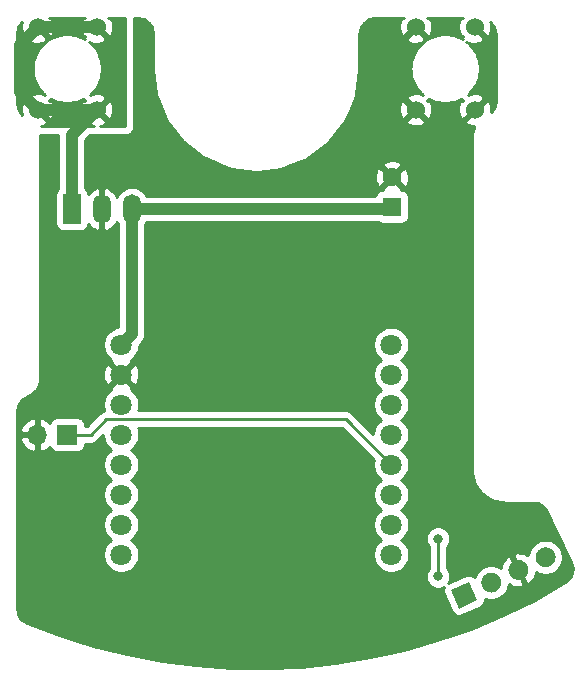
<source format=gbl>
%TF.GenerationSoftware,KiCad,Pcbnew,(5.1.9-0-10_14)*%
%TF.CreationDate,2024-02-01T11:15:19+01:00*%
%TF.ProjectId,masthead,6d617374-6865-4616-942e-6b696361645f,rev?*%
%TF.SameCoordinates,Original*%
%TF.FileFunction,Copper,L2,Bot*%
%TF.FilePolarity,Positive*%
%FSLAX46Y46*%
G04 Gerber Fmt 4.6, Leading zero omitted, Abs format (unit mm)*
G04 Created by KiCad (PCBNEW (5.1.9-0-10_14)) date 2024-02-01 11:15:19*
%MOMM*%
%LPD*%
G01*
G04 APERTURE LIST*
%TA.AperFunction,ComponentPad*%
%ADD10O,1.700000X1.700000*%
%TD*%
%TA.AperFunction,ComponentPad*%
%ADD11R,1.700000X1.700000*%
%TD*%
%TA.AperFunction,ComponentPad*%
%ADD12C,0.100000*%
%TD*%
%TA.AperFunction,ComponentPad*%
%ADD13C,1.524000*%
%TD*%
%TA.AperFunction,ComponentPad*%
%ADD14O,1.500000X2.500000*%
%TD*%
%TA.AperFunction,ComponentPad*%
%ADD15R,1.500000X2.500000*%
%TD*%
%TA.AperFunction,ComponentPad*%
%ADD16C,1.600000*%
%TD*%
%TA.AperFunction,ComponentPad*%
%ADD17R,1.600000X1.600000*%
%TD*%
%TA.AperFunction,ComponentPad*%
%ADD18C,1.800000*%
%TD*%
%TA.AperFunction,ViaPad*%
%ADD19C,0.800000*%
%TD*%
%TA.AperFunction,Conductor*%
%ADD20C,1.000000*%
%TD*%
%TA.AperFunction,Conductor*%
%ADD21C,0.250000*%
%TD*%
%TA.AperFunction,Conductor*%
%ADD22C,0.254000*%
%TD*%
%TA.AperFunction,Conductor*%
%ADD23C,0.100000*%
%TD*%
G04 APERTURE END LIST*
D10*
%TO.P,SW1,2*%
%TO.N,GND*%
X-18540000Y-31000000D03*
D11*
%TO.P,SW1,1*%
%TO.N,Net-(R1-Pad2)*%
X-16000000Y-31000000D03*
%TD*%
%TO.P,RH1,4*%
%TO.N,Net-(R3-Pad2)*%
%TA.AperFunction,ComponentPad*%
G36*
G01*
X24865291Y-42150011D02*
X24865291Y-42150011D01*
G75*
G02*
X23735703Y-41738875I-359226J770362D01*
G01*
X23735703Y-41738875D01*
G75*
G02*
X24146839Y-40609287I770362J359226D01*
G01*
X24146839Y-40609287D01*
G75*
G02*
X25276427Y-41020423I359226J-770362D01*
G01*
X25276427Y-41020423D01*
G75*
G02*
X24865291Y-42150011I-770362J-359226D01*
G01*
G37*
%TD.AperFunction*%
%TO.P,RH1,3*%
%TO.N,GND*%
%TA.AperFunction,ComponentPad*%
G36*
G01*
X22563270Y-43223461D02*
X22563270Y-43223461D01*
G75*
G02*
X21433682Y-42812325I-359226J770362D01*
G01*
X21433682Y-42812325D01*
G75*
G02*
X21844818Y-41682737I770362J359226D01*
G01*
X21844818Y-41682737D01*
G75*
G02*
X22974406Y-42093873I359226J-770362D01*
G01*
X22974406Y-42093873D01*
G75*
G02*
X22563270Y-43223461I-770362J-359226D01*
G01*
G37*
%TD.AperFunction*%
%TO.P,RH1,2*%
%TO.N,Net-(R2-Pad2)*%
%TA.AperFunction,ComponentPad*%
G36*
G01*
X20261248Y-44296912D02*
X20261248Y-44296912D01*
G75*
G02*
X19131660Y-43885776I-359226J770362D01*
G01*
X19131660Y-43885776D01*
G75*
G02*
X19542796Y-42756188I770362J359226D01*
G01*
X19542796Y-42756188D01*
G75*
G02*
X20672384Y-43167324I359226J-770362D01*
G01*
X20672384Y-43167324D01*
G75*
G02*
X20261248Y-44296912I-770362J-359226D01*
G01*
G37*
%TD.AperFunction*%
%TA.AperFunction,ComponentPad*%
D12*
%TO.P,RH1,1*%
%TO.N,+3V3*%
G36*
X18729587Y-45011136D02*
G01*
X17188864Y-45729587D01*
X16470413Y-44188864D01*
X18011136Y-43470413D01*
X18729587Y-45011136D01*
G37*
%TD.AperFunction*%
%TD*%
D13*
%TO.P,J2,1*%
%TO.N,GND*%
X18500000Y3500000D03*
X13500000Y3500000D03*
X18500000Y-3500000D03*
X13500000Y-3500000D03*
%TD*%
%TO.P,J1,1*%
%TO.N,Net-(J1-Pad1)*%
X-13500000Y3500000D03*
X-18500000Y3500000D03*
X-13500000Y-3500000D03*
X-18500000Y-3500000D03*
%TD*%
D14*
%TO.P,U1,3*%
%TO.N,+5V*%
X-10520000Y-11900000D03*
%TO.P,U1,2*%
%TO.N,GND*%
X-13060000Y-11900000D03*
D15*
%TO.P,U1,1*%
%TO.N,Net-(J1-Pad1)*%
X-15600000Y-11900000D03*
%TD*%
D16*
%TO.P,C1,2*%
%TO.N,GND*%
X11500000Y-9200000D03*
D17*
%TO.P,C1,1*%
%TO.N,+5V*%
X11500000Y-11700000D03*
%TD*%
D18*
%TO.P,U2,9*%
%TO.N,Net-(U2-Pad9)*%
X11430000Y-41160000D03*
%TO.P,U2,10*%
%TO.N,Net-(U2-Pad10)*%
X11430000Y-38620000D03*
%TO.P,U2,11*%
%TO.N,Net-(U2-Pad11)*%
X11430000Y-36080000D03*
%TO.P,U2,12*%
%TO.N,Net-(R1-Pad2)*%
X11430000Y-33540000D03*
%TO.P,U2,13*%
%TO.N,Net-(U2-Pad13)*%
X11430000Y-31000000D03*
%TO.P,U2,14*%
%TO.N,Net-(U2-Pad14)*%
X11430000Y-28460000D03*
%TO.P,U2,15*%
%TO.N,Net-(U2-Pad15)*%
X11430000Y-25920000D03*
%TO.P,U2,16*%
%TO.N,+3V3*%
X11430000Y-23380000D03*
%TO.P,U2,1*%
%TO.N,+5V*%
X-11430000Y-23380000D03*
%TO.P,U2,2*%
%TO.N,GND*%
X-11430000Y-25920000D03*
%TO.P,U2,3*%
%TO.N,Net-(U2-Pad3)*%
X-11430000Y-28460000D03*
%TO.P,U2,4*%
%TO.N,Net-(U2-Pad4)*%
X-11430000Y-31000000D03*
%TO.P,U2,5*%
%TO.N,Net-(R2-Pad2)*%
X-11430000Y-33540000D03*
%TO.P,U2,6*%
%TO.N,Net-(R3-Pad2)*%
X-11430000Y-36080000D03*
%TO.P,U2,7*%
%TO.N,Net-(U2-Pad7)*%
X-11430000Y-38620000D03*
%TO.P,U2,8*%
%TO.N,Net-(U2-Pad8)*%
X-11430000Y-41160000D03*
%TD*%
D19*
%TO.N,GND*%
X17000000Y-14000000D03*
X13900000Y-17100000D03*
%TO.N,Net-(R2-Pad2)*%
X15400000Y-39800000D03*
X15400000Y-43000000D03*
%TD*%
D20*
%TO.N,Net-(J1-Pad1)*%
X-15600000Y-5600000D02*
X-13500000Y-3500000D01*
X-15600000Y-11900000D02*
X-15600000Y-5600000D01*
X-13500000Y-3500000D02*
X-18500000Y-3500000D01*
X-20000000Y-2000000D02*
X-20000000Y2000000D01*
X-20000000Y2000000D02*
X-18500000Y3500000D01*
X-18500000Y-3500000D02*
X-20000000Y-2000000D01*
X-18500000Y3500000D02*
X-13500000Y3500000D01*
D21*
%TO.N,Net-(R1-Pad2)*%
X-16000000Y-31000000D02*
X-14000000Y-31000000D01*
X-14000000Y-31000000D02*
X-12700000Y-29700000D01*
X7590000Y-29700000D02*
X11430000Y-33540000D01*
X-12700000Y-29700000D02*
X7590000Y-29700000D01*
%TO.N,Net-(R2-Pad2)*%
X15400000Y-39800000D02*
X15400000Y-43000000D01*
D20*
%TO.N,+5V*%
X11300000Y-11900000D02*
X11500000Y-11700000D01*
X-10520000Y-11900000D02*
X11300000Y-11900000D01*
X-10520000Y-22470000D02*
X-11430000Y-23380000D01*
X-10520000Y-11900000D02*
X-10520000Y-22470000D01*
%TD*%
D22*
%TO.N,GND*%
X-9517237Y4167871D02*
X-9111511Y3896773D01*
X-8840415Y3491050D01*
X-8730819Y2940072D01*
X-8730820Y97511D01*
X-8732559Y87277D01*
X-8730820Y25254D01*
X-8730820Y-589D01*
X-8729807Y-10874D01*
X-8729518Y-21182D01*
X-8726272Y-46762D01*
X-8720185Y-108569D01*
X-8717169Y-118513D01*
X-8460350Y-2142616D01*
X-8454602Y-2203143D01*
X-8440860Y-2249023D01*
X-8430205Y-2295708D01*
X-8405381Y-2351187D01*
X-7625585Y-4252566D01*
X-7604771Y-4308691D01*
X-7579192Y-4350272D01*
X-7556324Y-4393419D01*
X-7518495Y-4439844D01*
X-6275364Y-6076286D01*
X-6240156Y-6125799D01*
X-6205338Y-6158649D01*
X-6172757Y-6193775D01*
X-6123479Y-6229450D01*
X-4468899Y-7508678D01*
X-4421424Y-7547688D01*
X-4379808Y-7569965D01*
X-4339801Y-7595046D01*
X-4282351Y-7616908D01*
X-2350592Y-8418454D01*
X-2295208Y-8443509D01*
X-2248566Y-8454356D01*
X-2202745Y-8468286D01*
X-2142246Y-8474282D01*
X-104613Y-8741330D01*
X-45560Y-8751126D01*
X3240Y-8749566D01*
X52040Y-8751135D01*
X111089Y-8741350D01*
X2148759Y-8474670D01*
X2209274Y-8468683D01*
X2255097Y-8454761D01*
X2301742Y-8443923D01*
X2357138Y-8418875D01*
X2867306Y-8207298D01*
X10686903Y-8207298D01*
X11500000Y-9020395D01*
X12313097Y-8207298D01*
X12241514Y-7963329D01*
X11986004Y-7842429D01*
X11711816Y-7773700D01*
X11429488Y-7759783D01*
X11149870Y-7801213D01*
X10883708Y-7896397D01*
X10758486Y-7963329D01*
X10686903Y-8207298D01*
X2867306Y-8207298D01*
X4289052Y-7617672D01*
X4346486Y-7595828D01*
X4386485Y-7570762D01*
X4428119Y-7548485D01*
X4475633Y-7509457D01*
X6130462Y-6230515D01*
X6179695Y-6194886D01*
X6212263Y-6159787D01*
X6247108Y-6126923D01*
X6282361Y-6077366D01*
X7507233Y-4465565D01*
X12714040Y-4465565D01*
X12781020Y-4705656D01*
X13030048Y-4822756D01*
X13297135Y-4889023D01*
X13572017Y-4901910D01*
X13844133Y-4860922D01*
X14103023Y-4767636D01*
X14218980Y-4705656D01*
X14285960Y-4465565D01*
X13500000Y-3679605D01*
X12714040Y-4465565D01*
X7507233Y-4465565D01*
X7525769Y-4441174D01*
X7563587Y-4394779D01*
X7586456Y-4351650D01*
X7612049Y-4310062D01*
X7632881Y-4253920D01*
X7912687Y-3572017D01*
X12098090Y-3572017D01*
X12139078Y-3844133D01*
X12232364Y-4103023D01*
X12294344Y-4218980D01*
X12534435Y-4285960D01*
X13320395Y-3500000D01*
X12534435Y-2714040D01*
X12294344Y-2781020D01*
X12177244Y-3030048D01*
X12110977Y-3297135D01*
X12098090Y-3572017D01*
X7912687Y-3572017D01*
X8413013Y-2352698D01*
X8437846Y-2297226D01*
X8448508Y-2250548D01*
X8462260Y-2204666D01*
X8468020Y-2144124D01*
X8725210Y-120016D01*
X8728245Y-110010D01*
X8734325Y-48276D01*
X8737568Y-22755D01*
X8737861Y-12377D01*
X8738880Y-2030D01*
X8738880Y23733D01*
X8740629Y85705D01*
X8738880Y96009D01*
X8738880Y2940077D01*
X8848475Y3491050D01*
X9119572Y3896775D01*
X9525296Y4167871D01*
X10076268Y4277466D01*
X12503988Y4277466D01*
X12294344Y4218980D01*
X12177244Y3969952D01*
X12110977Y3702865D01*
X12098090Y3427983D01*
X12139078Y3155867D01*
X12232364Y2896977D01*
X12294344Y2781020D01*
X12534435Y2714040D01*
X13320395Y3500000D01*
X13306253Y3514143D01*
X13485858Y3693748D01*
X13500000Y3679605D01*
X13514143Y3693748D01*
X13693748Y3514143D01*
X13679605Y3500000D01*
X14465565Y2714040D01*
X14705656Y2781020D01*
X14822756Y3030048D01*
X14889023Y3297135D01*
X14901910Y3572017D01*
X14860922Y3844133D01*
X14767636Y4103023D01*
X14705656Y4218980D01*
X14496012Y4277466D01*
X17503988Y4277466D01*
X17294344Y4218980D01*
X17177244Y3969952D01*
X17110977Y3702865D01*
X17098090Y3427983D01*
X17139078Y3155867D01*
X17232364Y2896977D01*
X17294344Y2781020D01*
X17534433Y2714041D01*
X17418023Y2597631D01*
X17498435Y2517219D01*
X17471759Y2531518D01*
X17429959Y2557443D01*
X17374269Y2578329D01*
X16871209Y2787393D01*
X16816198Y2812384D01*
X16769200Y2823392D01*
X16723031Y2837456D01*
X16662919Y2843448D01*
X16160122Y2910153D01*
X16148165Y2913780D01*
X16099697Y2918554D01*
X16051648Y2926437D01*
X16004080Y2924832D01*
X15956512Y2926437D01*
X15908469Y2918554D01*
X15859995Y2913780D01*
X15848039Y2910153D01*
X15345246Y2843448D01*
X15285127Y2837456D01*
X15238952Y2823390D01*
X15191963Y2812384D01*
X15136966Y2787399D01*
X14633928Y2578343D01*
X14578199Y2557443D01*
X14536388Y2531511D01*
X14493042Y2508277D01*
X14447105Y2470487D01*
X14219519Y2296277D01*
X14285960Y2534435D01*
X13500000Y3320395D01*
X12714040Y2534435D01*
X12781020Y2294344D01*
X13030048Y2177244D01*
X13297135Y2110977D01*
X13572017Y2098090D01*
X13844133Y2139078D01*
X14103023Y2232364D01*
X14212398Y2290826D01*
X14014516Y2139353D01*
X13965376Y2104214D01*
X13932349Y2069022D01*
X13897080Y2036066D01*
X13861825Y1986989D01*
X13523031Y1546376D01*
X13484328Y1499120D01*
X13461936Y1457127D01*
X13436760Y1416731D01*
X13415181Y1359570D01*
X13202998Y845865D01*
X13178128Y790804D01*
X13167222Y743784D01*
X13153258Y697584D01*
X13147398Y637466D01*
X13076923Y97267D01*
X13067163Y38581D01*
X13068715Y-10585D01*
X13067163Y-59751D01*
X13076923Y-118437D01*
X13147398Y-658636D01*
X13153258Y-718754D01*
X13167222Y-764954D01*
X13178128Y-811974D01*
X13202998Y-867035D01*
X13415181Y-1380740D01*
X13436760Y-1437901D01*
X13461936Y-1478297D01*
X13484328Y-1520290D01*
X13523031Y-1567546D01*
X13861825Y-2008159D01*
X13897080Y-2057236D01*
X13932349Y-2090192D01*
X13965376Y-2125384D01*
X14014516Y-2160523D01*
X14142127Y-2258206D01*
X13969952Y-2177244D01*
X13702865Y-2110977D01*
X13427983Y-2098090D01*
X13155867Y-2139078D01*
X12896977Y-2232364D01*
X12781020Y-2294344D01*
X12714040Y-2534435D01*
X13500000Y-3320395D01*
X13514143Y-3306253D01*
X13693748Y-3485858D01*
X13679605Y-3500000D01*
X14465565Y-4285960D01*
X14705656Y-4218980D01*
X14822756Y-3969952D01*
X14889023Y-3702865D01*
X14901910Y-3427983D01*
X14860922Y-3155867D01*
X14767636Y-2896977D01*
X14705656Y-2781020D01*
X14465567Y-2714041D01*
X14581977Y-2597631D01*
X14538071Y-2553725D01*
X14578199Y-2578613D01*
X14633928Y-2599513D01*
X15136966Y-2808569D01*
X15191963Y-2833554D01*
X15238952Y-2844560D01*
X15285127Y-2858626D01*
X15345246Y-2864618D01*
X15896246Y-2937719D01*
X15956512Y-2947607D01*
X16004080Y-2946002D01*
X16051648Y-2947607D01*
X16111931Y-2937716D01*
X16662919Y-2864618D01*
X16723031Y-2858626D01*
X16769200Y-2844562D01*
X16816198Y-2833554D01*
X16871209Y-2808563D01*
X17374269Y-2599499D01*
X17429959Y-2578613D01*
X17448606Y-2567048D01*
X17418023Y-2597631D01*
X17534433Y-2714041D01*
X17294344Y-2781020D01*
X17177244Y-3030048D01*
X17110977Y-3297135D01*
X17098090Y-3572017D01*
X17139078Y-3844133D01*
X17232364Y-4103023D01*
X17294344Y-4218980D01*
X17534435Y-4285960D01*
X18320395Y-3500000D01*
X18306253Y-3485858D01*
X18485858Y-3306253D01*
X18500000Y-3320395D01*
X19285960Y-2534435D01*
X19218980Y-2294344D01*
X18969952Y-2177244D01*
X18702865Y-2110977D01*
X18427983Y-2098090D01*
X18155867Y-2139078D01*
X17902295Y-2230448D01*
X17993643Y-2160524D01*
X18042784Y-2125384D01*
X18075811Y-2090192D01*
X18111080Y-2057236D01*
X18146334Y-2008160D01*
X18485128Y-1567548D01*
X18523832Y-1520291D01*
X18546222Y-1478301D01*
X18571400Y-1437902D01*
X18592983Y-1380731D01*
X18805166Y-867027D01*
X18830032Y-811975D01*
X18840936Y-764960D01*
X18854902Y-718756D01*
X18860763Y-658632D01*
X18931238Y-118431D01*
X18940997Y-59750D01*
X18939445Y-10585D01*
X18940997Y38580D01*
X18931238Y97261D01*
X18860763Y637462D01*
X18854902Y697586D01*
X18840936Y743790D01*
X18830032Y790805D01*
X18805166Y845857D01*
X18592983Y1359561D01*
X18571400Y1416732D01*
X18546222Y1457131D01*
X18523832Y1499121D01*
X18485128Y1546378D01*
X18146334Y1986990D01*
X18111080Y2036066D01*
X18075811Y2069022D01*
X18042784Y2104214D01*
X17993643Y2139354D01*
X17807324Y2281975D01*
X18030048Y2177244D01*
X18297135Y2110977D01*
X18572017Y2098090D01*
X18844133Y2139078D01*
X19103023Y2232364D01*
X19218980Y2294344D01*
X19285960Y2534435D01*
X18500000Y3320395D01*
X18485858Y3306253D01*
X18306253Y3485858D01*
X18320395Y3500000D01*
X18306253Y3514143D01*
X18485858Y3693748D01*
X18500000Y3679605D01*
X18514143Y3693748D01*
X18693748Y3514143D01*
X18679605Y3500000D01*
X19465565Y2714040D01*
X19705656Y2781020D01*
X19822756Y3030048D01*
X19889023Y3297135D01*
X19901910Y3572017D01*
X19860922Y3844133D01*
X19827229Y3937639D01*
X19888389Y3896773D01*
X20159485Y3491050D01*
X20269081Y2940072D01*
X20269080Y-2748193D01*
X20199640Y-3191351D01*
X20029937Y-3530830D01*
X19890303Y-3675571D01*
X19901910Y-3427983D01*
X19860922Y-3155867D01*
X19767636Y-2896977D01*
X19705656Y-2781020D01*
X19465565Y-2714040D01*
X18679605Y-3500000D01*
X18693748Y-3514143D01*
X18514143Y-3693748D01*
X18500000Y-3679605D01*
X17714040Y-4465565D01*
X17781020Y-4705656D01*
X18030048Y-4822756D01*
X18297135Y-4889023D01*
X18467034Y-4896988D01*
X18324049Y-5346890D01*
X18321744Y-5351202D01*
X18302154Y-5415782D01*
X18292670Y-5445623D01*
X18291657Y-5450384D01*
X18279716Y-5489750D01*
X18276637Y-5521015D01*
X18270100Y-5551752D01*
X18269557Y-5592899D01*
X18269081Y-5597730D01*
X18269081Y-5628947D01*
X18268189Y-5696521D01*
X18269081Y-5701337D01*
X18269080Y-33974530D01*
X18265524Y-34010635D01*
X18269080Y-34046737D01*
X18269080Y-34046739D01*
X18279715Y-34154719D01*
X18290249Y-34189444D01*
X18428400Y-34883976D01*
X18431956Y-34920086D01*
X18470311Y-35046525D01*
X18473984Y-35058634D01*
X18542234Y-35186321D01*
X18565251Y-35214367D01*
X18958676Y-35803170D01*
X18975780Y-35835169D01*
X19001534Y-35866550D01*
X19067628Y-35947086D01*
X19179545Y-36038935D01*
X19211549Y-36056041D01*
X19800351Y-36449467D01*
X19828394Y-36472481D01*
X19860386Y-36489581D01*
X19860389Y-36489583D01*
X19956079Y-36540730D01*
X20094627Y-36582758D01*
X20130733Y-36586314D01*
X20825269Y-36724466D01*
X20859995Y-36735000D01*
X20967975Y-36745635D01*
X20967977Y-36745635D01*
X21004079Y-36749191D01*
X21040181Y-36745635D01*
X23427192Y-36745635D01*
X23832572Y-36803502D01*
X24150045Y-36946502D01*
X24416021Y-37171201D01*
X24643131Y-37511940D01*
X26687223Y-41785978D01*
X26825285Y-42306222D01*
X26775891Y-42753202D01*
X26571519Y-43153778D01*
X26178473Y-43505215D01*
X23600759Y-44957980D01*
X20906539Y-46272749D01*
X18153890Y-47420518D01*
X15350438Y-48400722D01*
X12503741Y-49212811D01*
X9621462Y-49856205D01*
X6711201Y-50330339D01*
X3780600Y-50634640D01*
X837278Y-50768536D01*
X-2111111Y-50731460D01*
X-5056961Y-50522843D01*
X-7992634Y-50142120D01*
X-10910481Y-49588730D01*
X-13802947Y-48862094D01*
X-16662421Y-47961636D01*
X-19440436Y-46902356D01*
X-19798164Y-46686741D01*
X-20041687Y-46416722D01*
X-20197548Y-46088209D01*
X-20260960Y-45664271D01*
X-20260960Y-31356891D01*
X-19981481Y-31356891D01*
X-19884157Y-31631252D01*
X-19735178Y-31881355D01*
X-19540269Y-32097588D01*
X-19306920Y-32271641D01*
X-19044099Y-32396825D01*
X-18896890Y-32441476D01*
X-18667000Y-32320155D01*
X-18667000Y-31127000D01*
X-19860814Y-31127000D01*
X-19981481Y-31356891D01*
X-20260960Y-31356891D01*
X-20260960Y-30643109D01*
X-19981481Y-30643109D01*
X-19860814Y-30873000D01*
X-18667000Y-30873000D01*
X-18667000Y-29679845D01*
X-18413000Y-29679845D01*
X-18413000Y-30873000D01*
X-18393000Y-30873000D01*
X-18393000Y-31127000D01*
X-18413000Y-31127000D01*
X-18413000Y-32320155D01*
X-18183110Y-32441476D01*
X-18035901Y-32396825D01*
X-17773080Y-32271641D01*
X-17539731Y-32097588D01*
X-17463966Y-32013534D01*
X-17439502Y-32094180D01*
X-17380537Y-32204494D01*
X-17301185Y-32301185D01*
X-17204494Y-32380537D01*
X-17094180Y-32439502D01*
X-16974482Y-32475812D01*
X-16850000Y-32488072D01*
X-15150000Y-32488072D01*
X-15025518Y-32475812D01*
X-14905820Y-32439502D01*
X-14795506Y-32380537D01*
X-14698815Y-32301185D01*
X-14619463Y-32204494D01*
X-14560498Y-32094180D01*
X-14524188Y-31974482D01*
X-14511928Y-31850000D01*
X-14511928Y-31760000D01*
X-14037322Y-31760000D01*
X-14000000Y-31763676D01*
X-13962678Y-31760000D01*
X-13962667Y-31760000D01*
X-13851014Y-31749003D01*
X-13707753Y-31705546D01*
X-13575724Y-31634974D01*
X-13459999Y-31540001D01*
X-13436196Y-31510997D01*
X-12965000Y-31039801D01*
X-12965000Y-31151184D01*
X-12906011Y-31447743D01*
X-12790299Y-31727095D01*
X-12622312Y-31978505D01*
X-12408505Y-32192312D01*
X-12292237Y-32270000D01*
X-12408505Y-32347688D01*
X-12622312Y-32561495D01*
X-12790299Y-32812905D01*
X-12906011Y-33092257D01*
X-12965000Y-33388816D01*
X-12965000Y-33691184D01*
X-12906011Y-33987743D01*
X-12790299Y-34267095D01*
X-12622312Y-34518505D01*
X-12408505Y-34732312D01*
X-12292237Y-34810000D01*
X-12408505Y-34887688D01*
X-12622312Y-35101495D01*
X-12790299Y-35352905D01*
X-12906011Y-35632257D01*
X-12965000Y-35928816D01*
X-12965000Y-36231184D01*
X-12906011Y-36527743D01*
X-12790299Y-36807095D01*
X-12622312Y-37058505D01*
X-12408505Y-37272312D01*
X-12292237Y-37350000D01*
X-12408505Y-37427688D01*
X-12622312Y-37641495D01*
X-12790299Y-37892905D01*
X-12906011Y-38172257D01*
X-12965000Y-38468816D01*
X-12965000Y-38771184D01*
X-12906011Y-39067743D01*
X-12790299Y-39347095D01*
X-12622312Y-39598505D01*
X-12408505Y-39812312D01*
X-12292237Y-39890000D01*
X-12408505Y-39967688D01*
X-12622312Y-40181495D01*
X-12790299Y-40432905D01*
X-12906011Y-40712257D01*
X-12965000Y-41008816D01*
X-12965000Y-41311184D01*
X-12906011Y-41607743D01*
X-12790299Y-41887095D01*
X-12622312Y-42138505D01*
X-12408505Y-42352312D01*
X-12157095Y-42520299D01*
X-11877743Y-42636011D01*
X-11581184Y-42695000D01*
X-11278816Y-42695000D01*
X-10982257Y-42636011D01*
X-10702905Y-42520299D01*
X-10451495Y-42352312D01*
X-10237688Y-42138505D01*
X-10069701Y-41887095D01*
X-9953989Y-41607743D01*
X-9895000Y-41311184D01*
X-9895000Y-41008816D01*
X-9953989Y-40712257D01*
X-10069701Y-40432905D01*
X-10237688Y-40181495D01*
X-10451495Y-39967688D01*
X-10567763Y-39890000D01*
X-10451495Y-39812312D01*
X-10237688Y-39598505D01*
X-10069701Y-39347095D01*
X-9953989Y-39067743D01*
X-9895000Y-38771184D01*
X-9895000Y-38468816D01*
X-9953989Y-38172257D01*
X-10069701Y-37892905D01*
X-10237688Y-37641495D01*
X-10451495Y-37427688D01*
X-10567763Y-37350000D01*
X-10451495Y-37272312D01*
X-10237688Y-37058505D01*
X-10069701Y-36807095D01*
X-9953989Y-36527743D01*
X-9895000Y-36231184D01*
X-9895000Y-35928816D01*
X-9953989Y-35632257D01*
X-10069701Y-35352905D01*
X-10237688Y-35101495D01*
X-10451495Y-34887688D01*
X-10567763Y-34810000D01*
X-10451495Y-34732312D01*
X-10237688Y-34518505D01*
X-10069701Y-34267095D01*
X-9953989Y-33987743D01*
X-9895000Y-33691184D01*
X-9895000Y-33388816D01*
X-9953989Y-33092257D01*
X-10069701Y-32812905D01*
X-10237688Y-32561495D01*
X-10451495Y-32347688D01*
X-10567763Y-32270000D01*
X-10451495Y-32192312D01*
X-10237688Y-31978505D01*
X-10069701Y-31727095D01*
X-9953989Y-31447743D01*
X-9895000Y-31151184D01*
X-9895000Y-30848816D01*
X-9953989Y-30552257D01*
X-9992203Y-30460000D01*
X7275199Y-30460000D01*
X9946269Y-33131070D01*
X9895000Y-33388816D01*
X9895000Y-33691184D01*
X9953989Y-33987743D01*
X10069701Y-34267095D01*
X10237688Y-34518505D01*
X10451495Y-34732312D01*
X10567763Y-34810000D01*
X10451495Y-34887688D01*
X10237688Y-35101495D01*
X10069701Y-35352905D01*
X9953989Y-35632257D01*
X9895000Y-35928816D01*
X9895000Y-36231184D01*
X9953989Y-36527743D01*
X10069701Y-36807095D01*
X10237688Y-37058505D01*
X10451495Y-37272312D01*
X10567763Y-37350000D01*
X10451495Y-37427688D01*
X10237688Y-37641495D01*
X10069701Y-37892905D01*
X9953989Y-38172257D01*
X9895000Y-38468816D01*
X9895000Y-38771184D01*
X9953989Y-39067743D01*
X10069701Y-39347095D01*
X10237688Y-39598505D01*
X10451495Y-39812312D01*
X10567763Y-39890000D01*
X10451495Y-39967688D01*
X10237688Y-40181495D01*
X10069701Y-40432905D01*
X9953989Y-40712257D01*
X9895000Y-41008816D01*
X9895000Y-41311184D01*
X9953989Y-41607743D01*
X10069701Y-41887095D01*
X10237688Y-42138505D01*
X10451495Y-42352312D01*
X10702905Y-42520299D01*
X10982257Y-42636011D01*
X11278816Y-42695000D01*
X11581184Y-42695000D01*
X11877743Y-42636011D01*
X12157095Y-42520299D01*
X12408505Y-42352312D01*
X12622312Y-42138505D01*
X12790299Y-41887095D01*
X12906011Y-41607743D01*
X12965000Y-41311184D01*
X12965000Y-41008816D01*
X12906011Y-40712257D01*
X12790299Y-40432905D01*
X12622312Y-40181495D01*
X12408505Y-39967688D01*
X12292237Y-39890000D01*
X12408505Y-39812312D01*
X12522756Y-39698061D01*
X14365000Y-39698061D01*
X14365000Y-39901939D01*
X14404774Y-40101898D01*
X14482795Y-40290256D01*
X14596063Y-40459774D01*
X14640000Y-40503711D01*
X14640001Y-42296288D01*
X14596063Y-42340226D01*
X14482795Y-42509744D01*
X14404774Y-42698102D01*
X14365000Y-42898061D01*
X14365000Y-43101939D01*
X14404774Y-43301898D01*
X14482795Y-43490256D01*
X14596063Y-43659774D01*
X14740226Y-43803937D01*
X14909744Y-43917205D01*
X15098102Y-43995226D01*
X15298061Y-44035000D01*
X15501939Y-44035000D01*
X15701898Y-43995226D01*
X15890256Y-43917205D01*
X15899368Y-43911117D01*
X15870821Y-43970631D01*
X15839767Y-44091798D01*
X15832948Y-44216696D01*
X15850627Y-44340525D01*
X15892123Y-44458525D01*
X16610574Y-45999248D01*
X16674294Y-46106885D01*
X16757789Y-46200023D01*
X16857849Y-46275082D01*
X16970631Y-46329179D01*
X17091798Y-46360233D01*
X17216696Y-46367052D01*
X17340525Y-46349373D01*
X17458525Y-46307877D01*
X18999248Y-45589426D01*
X19106885Y-45525706D01*
X19200023Y-45442211D01*
X19275082Y-45342151D01*
X19329179Y-45229369D01*
X19360233Y-45108202D01*
X19367052Y-44983304D01*
X19356279Y-44907848D01*
X19468864Y-44954482D01*
X19755762Y-45011550D01*
X20048282Y-45011550D01*
X20335180Y-44954482D01*
X20605433Y-44842540D01*
X20848654Y-44680025D01*
X21055497Y-44473182D01*
X21218012Y-44229961D01*
X21329954Y-43959708D01*
X21384941Y-43683274D01*
X21493322Y-43756982D01*
X21761353Y-43870583D01*
X22046397Y-43929712D01*
X22337499Y-43932094D01*
X22489786Y-43910348D01*
X22646865Y-43703238D01*
X22142615Y-42621873D01*
X22124489Y-42630325D01*
X22017144Y-42400122D01*
X22035270Y-42391670D01*
X21531021Y-41310305D01*
X21271398Y-41297506D01*
X21156851Y-41400187D01*
X20971560Y-41624715D01*
X20833632Y-41881078D01*
X20748368Y-42159424D01*
X20734462Y-42296775D01*
X20605433Y-42210560D01*
X20335180Y-42098618D01*
X20048282Y-42041550D01*
X19755762Y-42041550D01*
X19468864Y-42098618D01*
X19198611Y-42210560D01*
X18955390Y-42373075D01*
X18748547Y-42579918D01*
X18586032Y-42823139D01*
X18490481Y-43053821D01*
X18442211Y-42999977D01*
X18342151Y-42924918D01*
X18229369Y-42870821D01*
X18108202Y-42839767D01*
X17983304Y-42832948D01*
X17859475Y-42850627D01*
X17741475Y-42892123D01*
X16253131Y-43586149D01*
X16317205Y-43490256D01*
X16395226Y-43301898D01*
X16435000Y-43101939D01*
X16435000Y-42898061D01*
X16395226Y-42698102D01*
X16317205Y-42509744D01*
X16203937Y-42340226D01*
X16160000Y-42296289D01*
X16160000Y-41202960D01*
X21761223Y-41202960D01*
X22265473Y-42284325D01*
X22283599Y-42275873D01*
X22390944Y-42506076D01*
X22372818Y-42514528D01*
X22877067Y-43595893D01*
X23136690Y-43608692D01*
X23251237Y-43506011D01*
X23436528Y-43281483D01*
X23574456Y-43025120D01*
X23659720Y-42746774D01*
X23673626Y-42609425D01*
X23802654Y-42695639D01*
X24072907Y-42807581D01*
X24359805Y-42864649D01*
X24652325Y-42864649D01*
X24939223Y-42807581D01*
X25209476Y-42695639D01*
X25452697Y-42533124D01*
X25659540Y-42326281D01*
X25822055Y-42083060D01*
X25933997Y-41812807D01*
X25991065Y-41525909D01*
X25991065Y-41233389D01*
X25933997Y-40946491D01*
X25822055Y-40676238D01*
X25659540Y-40433017D01*
X25452697Y-40226174D01*
X25209476Y-40063659D01*
X24939223Y-39951717D01*
X24652325Y-39894649D01*
X24359805Y-39894649D01*
X24072907Y-39951717D01*
X23802654Y-40063659D01*
X23559433Y-40226174D01*
X23352590Y-40433017D01*
X23190075Y-40676238D01*
X23078133Y-40946491D01*
X23023147Y-41222924D01*
X22914766Y-41149216D01*
X22646735Y-41035615D01*
X22361691Y-40976486D01*
X22070589Y-40974104D01*
X21918302Y-40995850D01*
X21761223Y-41202960D01*
X16160000Y-41202960D01*
X16160000Y-40503711D01*
X16203937Y-40459774D01*
X16317205Y-40290256D01*
X16395226Y-40101898D01*
X16435000Y-39901939D01*
X16435000Y-39698061D01*
X16395226Y-39498102D01*
X16317205Y-39309744D01*
X16203937Y-39140226D01*
X16059774Y-38996063D01*
X15890256Y-38882795D01*
X15701898Y-38804774D01*
X15501939Y-38765000D01*
X15298061Y-38765000D01*
X15098102Y-38804774D01*
X14909744Y-38882795D01*
X14740226Y-38996063D01*
X14596063Y-39140226D01*
X14482795Y-39309744D01*
X14404774Y-39498102D01*
X14365000Y-39698061D01*
X12522756Y-39698061D01*
X12622312Y-39598505D01*
X12790299Y-39347095D01*
X12906011Y-39067743D01*
X12965000Y-38771184D01*
X12965000Y-38468816D01*
X12906011Y-38172257D01*
X12790299Y-37892905D01*
X12622312Y-37641495D01*
X12408505Y-37427688D01*
X12292237Y-37350000D01*
X12408505Y-37272312D01*
X12622312Y-37058505D01*
X12790299Y-36807095D01*
X12906011Y-36527743D01*
X12965000Y-36231184D01*
X12965000Y-35928816D01*
X12906011Y-35632257D01*
X12790299Y-35352905D01*
X12622312Y-35101495D01*
X12408505Y-34887688D01*
X12292237Y-34810000D01*
X12408505Y-34732312D01*
X12622312Y-34518505D01*
X12790299Y-34267095D01*
X12906011Y-33987743D01*
X12965000Y-33691184D01*
X12965000Y-33388816D01*
X12906011Y-33092257D01*
X12790299Y-32812905D01*
X12622312Y-32561495D01*
X12408505Y-32347688D01*
X12292237Y-32270000D01*
X12408505Y-32192312D01*
X12622312Y-31978505D01*
X12790299Y-31727095D01*
X12906011Y-31447743D01*
X12965000Y-31151184D01*
X12965000Y-30848816D01*
X12906011Y-30552257D01*
X12790299Y-30272905D01*
X12622312Y-30021495D01*
X12408505Y-29807688D01*
X12292237Y-29730000D01*
X12408505Y-29652312D01*
X12622312Y-29438505D01*
X12790299Y-29187095D01*
X12906011Y-28907743D01*
X12965000Y-28611184D01*
X12965000Y-28308816D01*
X12906011Y-28012257D01*
X12790299Y-27732905D01*
X12622312Y-27481495D01*
X12408505Y-27267688D01*
X12292237Y-27190000D01*
X12408505Y-27112312D01*
X12622312Y-26898505D01*
X12790299Y-26647095D01*
X12906011Y-26367743D01*
X12965000Y-26071184D01*
X12965000Y-25768816D01*
X12906011Y-25472257D01*
X12790299Y-25192905D01*
X12622312Y-24941495D01*
X12408505Y-24727688D01*
X12292237Y-24650000D01*
X12408505Y-24572312D01*
X12622312Y-24358505D01*
X12790299Y-24107095D01*
X12906011Y-23827743D01*
X12965000Y-23531184D01*
X12965000Y-23228816D01*
X12906011Y-22932257D01*
X12790299Y-22652905D01*
X12622312Y-22401495D01*
X12408505Y-22187688D01*
X12157095Y-22019701D01*
X11877743Y-21903989D01*
X11581184Y-21845000D01*
X11278816Y-21845000D01*
X10982257Y-21903989D01*
X10702905Y-22019701D01*
X10451495Y-22187688D01*
X10237688Y-22401495D01*
X10069701Y-22652905D01*
X9953989Y-22932257D01*
X9895000Y-23228816D01*
X9895000Y-23531184D01*
X9953989Y-23827743D01*
X10069701Y-24107095D01*
X10237688Y-24358505D01*
X10451495Y-24572312D01*
X10567763Y-24650000D01*
X10451495Y-24727688D01*
X10237688Y-24941495D01*
X10069701Y-25192905D01*
X9953989Y-25472257D01*
X9895000Y-25768816D01*
X9895000Y-26071184D01*
X9953989Y-26367743D01*
X10069701Y-26647095D01*
X10237688Y-26898505D01*
X10451495Y-27112312D01*
X10567763Y-27190000D01*
X10451495Y-27267688D01*
X10237688Y-27481495D01*
X10069701Y-27732905D01*
X9953989Y-28012257D01*
X9895000Y-28308816D01*
X9895000Y-28611184D01*
X9953989Y-28907743D01*
X10069701Y-29187095D01*
X10237688Y-29438505D01*
X10451495Y-29652312D01*
X10567763Y-29730000D01*
X10451495Y-29807688D01*
X10237688Y-30021495D01*
X10069701Y-30272905D01*
X9953989Y-30552257D01*
X9895000Y-30848816D01*
X9895000Y-30930199D01*
X8153804Y-29189003D01*
X8130001Y-29159999D01*
X8014276Y-29065026D01*
X7882247Y-28994454D01*
X7738986Y-28950997D01*
X7627333Y-28940000D01*
X7627322Y-28940000D01*
X7590000Y-28936324D01*
X7552678Y-28940000D01*
X-9967350Y-28940000D01*
X-9953989Y-28907743D01*
X-9895000Y-28611184D01*
X-9895000Y-28308816D01*
X-9953989Y-28012257D01*
X-10069701Y-27732905D01*
X-10237688Y-27481495D01*
X-10451495Y-27267688D01*
X-10605105Y-27165049D01*
X-10545525Y-26984080D01*
X-11430000Y-26099605D01*
X-12314475Y-26984080D01*
X-12254895Y-27165049D01*
X-12408505Y-27267688D01*
X-12622312Y-27481495D01*
X-12790299Y-27732905D01*
X-12906011Y-28012257D01*
X-12965000Y-28308816D01*
X-12965000Y-28611184D01*
X-12906011Y-28907743D01*
X-12883729Y-28961536D01*
X-12992247Y-28994454D01*
X-13124276Y-29065026D01*
X-13240001Y-29159999D01*
X-13263799Y-29188997D01*
X-14314801Y-30240000D01*
X-14511928Y-30240000D01*
X-14511928Y-30150000D01*
X-14524188Y-30025518D01*
X-14560498Y-29905820D01*
X-14619463Y-29795506D01*
X-14698815Y-29698815D01*
X-14795506Y-29619463D01*
X-14905820Y-29560498D01*
X-15025518Y-29524188D01*
X-15150000Y-29511928D01*
X-16850000Y-29511928D01*
X-16974482Y-29524188D01*
X-17094180Y-29560498D01*
X-17204494Y-29619463D01*
X-17301185Y-29698815D01*
X-17380537Y-29795506D01*
X-17439502Y-29905820D01*
X-17463966Y-29986466D01*
X-17539731Y-29902412D01*
X-17773080Y-29728359D01*
X-18035901Y-29603175D01*
X-18183110Y-29558524D01*
X-18413000Y-29679845D01*
X-18667000Y-29679845D01*
X-18896890Y-29558524D01*
X-19044099Y-29603175D01*
X-19306920Y-29728359D01*
X-19540269Y-29902412D01*
X-19735178Y-30118645D01*
X-19884157Y-30368748D01*
X-19981481Y-30643109D01*
X-20260960Y-30643109D01*
X-20260960Y-29044765D01*
X-20191524Y-28601616D01*
X-20021831Y-28262144D01*
X-19758338Y-27989002D01*
X-19359376Y-27773501D01*
X-19340572Y-27766572D01*
X-19295813Y-27739167D01*
X-19281552Y-27731464D01*
X-19265029Y-27720319D01*
X-19248037Y-27709915D01*
X-19235114Y-27700140D01*
X-19191600Y-27670789D01*
X-19177490Y-27656555D01*
X-18757113Y-27338591D01*
X-18718523Y-27313538D01*
X-18673615Y-27269802D01*
X-18627578Y-27227279D01*
X-18621819Y-27219359D01*
X-18614801Y-27212524D01*
X-18579290Y-27160870D01*
X-18542433Y-27110181D01*
X-18538329Y-27101287D01*
X-18532780Y-27093216D01*
X-18508037Y-27035647D01*
X-18481768Y-26978722D01*
X-18471008Y-26933980D01*
X-18315934Y-26446092D01*
X-18313623Y-26441768D01*
X-18294026Y-26377167D01*
X-18284555Y-26347368D01*
X-18283541Y-26342601D01*
X-18271595Y-26303220D01*
X-18268516Y-26271960D01*
X-18261982Y-26241239D01*
X-18261438Y-26200093D01*
X-18260960Y-26195240D01*
X-18260960Y-26163938D01*
X-18260068Y-26096470D01*
X-18260960Y-26091654D01*
X-18260960Y-25986553D01*
X-12970991Y-25986553D01*
X-12928397Y-26285907D01*
X-12828222Y-26571199D01*
X-12748261Y-26720792D01*
X-12494080Y-26804475D01*
X-11609605Y-25920000D01*
X-11250395Y-25920000D01*
X-10365920Y-26804475D01*
X-10111739Y-26720792D01*
X-9980842Y-26448225D01*
X-9905635Y-26155358D01*
X-9889009Y-25853447D01*
X-9931603Y-25554093D01*
X-10031778Y-25268801D01*
X-10111739Y-25119208D01*
X-10365920Y-25035525D01*
X-11250395Y-25920000D01*
X-11609605Y-25920000D01*
X-12494080Y-25035525D01*
X-12748261Y-25119208D01*
X-12879158Y-25391775D01*
X-12954365Y-25684642D01*
X-12970991Y-25986553D01*
X-18260960Y-25986553D01*
X-18260960Y-23228816D01*
X-12965000Y-23228816D01*
X-12965000Y-23531184D01*
X-12906011Y-23827743D01*
X-12790299Y-24107095D01*
X-12622312Y-24358505D01*
X-12408505Y-24572312D01*
X-12254895Y-24674951D01*
X-12314475Y-24855920D01*
X-11430000Y-25740395D01*
X-10545525Y-24855920D01*
X-10605105Y-24674951D01*
X-10451495Y-24572312D01*
X-10237688Y-24358505D01*
X-10069701Y-24107095D01*
X-9953989Y-23827743D01*
X-9895000Y-23531184D01*
X-9895000Y-23450132D01*
X-9756860Y-23311992D01*
X-9713551Y-23276449D01*
X-9571716Y-23103623D01*
X-9466324Y-22906447D01*
X-9401423Y-22692499D01*
X-9385000Y-22525752D01*
X-9385000Y-22525743D01*
X-9379510Y-22470001D01*
X-9385000Y-22414259D01*
X-9385000Y-13200186D01*
X-9362843Y-13173188D01*
X-9288980Y-13035000D01*
X10353856Y-13035000D01*
X10455820Y-13089502D01*
X10575518Y-13125812D01*
X10700000Y-13138072D01*
X12300000Y-13138072D01*
X12424482Y-13125812D01*
X12544180Y-13089502D01*
X12654494Y-13030537D01*
X12751185Y-12951185D01*
X12830537Y-12854494D01*
X12889502Y-12744180D01*
X12925812Y-12624482D01*
X12938072Y-12500000D01*
X12938072Y-10900000D01*
X12925812Y-10775518D01*
X12889502Y-10655820D01*
X12830537Y-10545506D01*
X12751185Y-10448815D01*
X12654494Y-10369463D01*
X12544180Y-10310498D01*
X12424482Y-10274188D01*
X12300000Y-10261928D01*
X12292785Y-10261928D01*
X12313097Y-10192702D01*
X11500000Y-9379605D01*
X10686903Y-10192702D01*
X10707215Y-10261928D01*
X10700000Y-10261928D01*
X10575518Y-10274188D01*
X10455820Y-10310498D01*
X10345506Y-10369463D01*
X10248815Y-10448815D01*
X10169463Y-10545506D01*
X10110498Y-10655820D01*
X10077379Y-10765000D01*
X-9288980Y-10765000D01*
X-9362843Y-10626812D01*
X-9535920Y-10415919D01*
X-9746813Y-10242843D01*
X-9987420Y-10114236D01*
X-10248494Y-10035040D01*
X-10520000Y-10008299D01*
X-10791507Y-10035040D01*
X-11052581Y-10114236D01*
X-11293188Y-10242843D01*
X-11504081Y-10415920D01*
X-11677157Y-10626813D01*
X-11792486Y-10842579D01*
X-11829028Y-10752651D01*
X-11978972Y-10524939D01*
X-12170460Y-10330855D01*
X-12396132Y-10177858D01*
X-12647316Y-10071827D01*
X-12718815Y-10057682D01*
X-12933000Y-10180344D01*
X-12933000Y-11773000D01*
X-12913000Y-11773000D01*
X-12913000Y-12027000D01*
X-12933000Y-12027000D01*
X-12933000Y-13619656D01*
X-12718815Y-13742318D01*
X-12647316Y-13728173D01*
X-12396132Y-13622142D01*
X-12170460Y-13469145D01*
X-11978972Y-13275061D01*
X-11829028Y-13047349D01*
X-11792486Y-12957422D01*
X-11677157Y-13173188D01*
X-11655000Y-13200186D01*
X-11654999Y-21859683D01*
X-11877743Y-21903989D01*
X-12157095Y-22019701D01*
X-12408505Y-22187688D01*
X-12622312Y-22401495D01*
X-12790299Y-22652905D01*
X-12906011Y-22932257D01*
X-12965000Y-23228816D01*
X-18260960Y-23228816D01*
X-18260960Y-5883411D01*
X-18260067Y-5878589D01*
X-18260960Y-5811150D01*
X-18260960Y-5779830D01*
X-18261439Y-5774965D01*
X-18261984Y-5733819D01*
X-18268516Y-5703108D01*
X-18271595Y-5671850D01*
X-18282773Y-5635000D01*
X-16737044Y-5635000D01*
X-16734999Y-5655761D01*
X-16735000Y-10144498D01*
X-16801185Y-10198815D01*
X-16880537Y-10295506D01*
X-16939502Y-10405820D01*
X-16975812Y-10525518D01*
X-16988072Y-10650000D01*
X-16988072Y-13150000D01*
X-16975812Y-13274482D01*
X-16939502Y-13394180D01*
X-16880537Y-13504494D01*
X-16801185Y-13601185D01*
X-16704494Y-13680537D01*
X-16594180Y-13739502D01*
X-16474482Y-13775812D01*
X-16350000Y-13788072D01*
X-14850000Y-13788072D01*
X-14725518Y-13775812D01*
X-14605820Y-13739502D01*
X-14495506Y-13680537D01*
X-14398815Y-13601185D01*
X-14319463Y-13504494D01*
X-14260498Y-13394180D01*
X-14224188Y-13274482D01*
X-14213418Y-13165126D01*
X-14141028Y-13275061D01*
X-13949540Y-13469145D01*
X-13723868Y-13622142D01*
X-13472684Y-13728173D01*
X-13401185Y-13742318D01*
X-13187000Y-13619656D01*
X-13187000Y-12027000D01*
X-13207000Y-12027000D01*
X-13207000Y-11773000D01*
X-13187000Y-11773000D01*
X-13187000Y-10180344D01*
X-13401185Y-10057682D01*
X-13472684Y-10071827D01*
X-13723868Y-10177858D01*
X-13949540Y-10330855D01*
X-14141028Y-10524939D01*
X-14213418Y-10634874D01*
X-14224188Y-10525518D01*
X-14260498Y-10405820D01*
X-14319463Y-10295506D01*
X-14398815Y-10198815D01*
X-14465000Y-10144499D01*
X-14465000Y-9270512D01*
X10059783Y-9270512D01*
X10101213Y-9550130D01*
X10196397Y-9816292D01*
X10263329Y-9941514D01*
X10507298Y-10013097D01*
X11320395Y-9200000D01*
X11679605Y-9200000D01*
X12492702Y-10013097D01*
X12736671Y-9941514D01*
X12857571Y-9686004D01*
X12926300Y-9411816D01*
X12940217Y-9129488D01*
X12898787Y-8849870D01*
X12803603Y-8583708D01*
X12736671Y-8458486D01*
X12492702Y-8386903D01*
X11679605Y-9200000D01*
X11320395Y-9200000D01*
X10507298Y-8386903D01*
X10263329Y-8458486D01*
X10142429Y-8713996D01*
X10073700Y-8988184D01*
X10059783Y-9270512D01*
X-14465000Y-9270512D01*
X-14465000Y-6070131D01*
X-14029869Y-5635000D01*
X-11000000Y-5635000D01*
X-10876118Y-5622799D01*
X-10756996Y-5586664D01*
X-10647213Y-5527983D01*
X-10550987Y-5449013D01*
X-10472017Y-5352787D01*
X-10413336Y-5243004D01*
X-10377201Y-5123882D01*
X-10365000Y-5000000D01*
X-10365000Y4277466D01*
X-10068208Y4277466D01*
X-9517237Y4167871D01*
%TA.AperFunction,Conductor*%
D23*
G36*
X-9517237Y4167871D02*
G01*
X-9111511Y3896773D01*
X-8840415Y3491050D01*
X-8730819Y2940072D01*
X-8730820Y97511D01*
X-8732559Y87277D01*
X-8730820Y25254D01*
X-8730820Y-589D01*
X-8729807Y-10874D01*
X-8729518Y-21182D01*
X-8726272Y-46762D01*
X-8720185Y-108569D01*
X-8717169Y-118513D01*
X-8460350Y-2142616D01*
X-8454602Y-2203143D01*
X-8440860Y-2249023D01*
X-8430205Y-2295708D01*
X-8405381Y-2351187D01*
X-7625585Y-4252566D01*
X-7604771Y-4308691D01*
X-7579192Y-4350272D01*
X-7556324Y-4393419D01*
X-7518495Y-4439844D01*
X-6275364Y-6076286D01*
X-6240156Y-6125799D01*
X-6205338Y-6158649D01*
X-6172757Y-6193775D01*
X-6123479Y-6229450D01*
X-4468899Y-7508678D01*
X-4421424Y-7547688D01*
X-4379808Y-7569965D01*
X-4339801Y-7595046D01*
X-4282351Y-7616908D01*
X-2350592Y-8418454D01*
X-2295208Y-8443509D01*
X-2248566Y-8454356D01*
X-2202745Y-8468286D01*
X-2142246Y-8474282D01*
X-104613Y-8741330D01*
X-45560Y-8751126D01*
X3240Y-8749566D01*
X52040Y-8751135D01*
X111089Y-8741350D01*
X2148759Y-8474670D01*
X2209274Y-8468683D01*
X2255097Y-8454761D01*
X2301742Y-8443923D01*
X2357138Y-8418875D01*
X2867306Y-8207298D01*
X10686903Y-8207298D01*
X11500000Y-9020395D01*
X12313097Y-8207298D01*
X12241514Y-7963329D01*
X11986004Y-7842429D01*
X11711816Y-7773700D01*
X11429488Y-7759783D01*
X11149870Y-7801213D01*
X10883708Y-7896397D01*
X10758486Y-7963329D01*
X10686903Y-8207298D01*
X2867306Y-8207298D01*
X4289052Y-7617672D01*
X4346486Y-7595828D01*
X4386485Y-7570762D01*
X4428119Y-7548485D01*
X4475633Y-7509457D01*
X6130462Y-6230515D01*
X6179695Y-6194886D01*
X6212263Y-6159787D01*
X6247108Y-6126923D01*
X6282361Y-6077366D01*
X7507233Y-4465565D01*
X12714040Y-4465565D01*
X12781020Y-4705656D01*
X13030048Y-4822756D01*
X13297135Y-4889023D01*
X13572017Y-4901910D01*
X13844133Y-4860922D01*
X14103023Y-4767636D01*
X14218980Y-4705656D01*
X14285960Y-4465565D01*
X13500000Y-3679605D01*
X12714040Y-4465565D01*
X7507233Y-4465565D01*
X7525769Y-4441174D01*
X7563587Y-4394779D01*
X7586456Y-4351650D01*
X7612049Y-4310062D01*
X7632881Y-4253920D01*
X7912687Y-3572017D01*
X12098090Y-3572017D01*
X12139078Y-3844133D01*
X12232364Y-4103023D01*
X12294344Y-4218980D01*
X12534435Y-4285960D01*
X13320395Y-3500000D01*
X12534435Y-2714040D01*
X12294344Y-2781020D01*
X12177244Y-3030048D01*
X12110977Y-3297135D01*
X12098090Y-3572017D01*
X7912687Y-3572017D01*
X8413013Y-2352698D01*
X8437846Y-2297226D01*
X8448508Y-2250548D01*
X8462260Y-2204666D01*
X8468020Y-2144124D01*
X8725210Y-120016D01*
X8728245Y-110010D01*
X8734325Y-48276D01*
X8737568Y-22755D01*
X8737861Y-12377D01*
X8738880Y-2030D01*
X8738880Y23733D01*
X8740629Y85705D01*
X8738880Y96009D01*
X8738880Y2940077D01*
X8848475Y3491050D01*
X9119572Y3896775D01*
X9525296Y4167871D01*
X10076268Y4277466D01*
X12503988Y4277466D01*
X12294344Y4218980D01*
X12177244Y3969952D01*
X12110977Y3702865D01*
X12098090Y3427983D01*
X12139078Y3155867D01*
X12232364Y2896977D01*
X12294344Y2781020D01*
X12534435Y2714040D01*
X13320395Y3500000D01*
X13306253Y3514143D01*
X13485858Y3693748D01*
X13500000Y3679605D01*
X13514143Y3693748D01*
X13693748Y3514143D01*
X13679605Y3500000D01*
X14465565Y2714040D01*
X14705656Y2781020D01*
X14822756Y3030048D01*
X14889023Y3297135D01*
X14901910Y3572017D01*
X14860922Y3844133D01*
X14767636Y4103023D01*
X14705656Y4218980D01*
X14496012Y4277466D01*
X17503988Y4277466D01*
X17294344Y4218980D01*
X17177244Y3969952D01*
X17110977Y3702865D01*
X17098090Y3427983D01*
X17139078Y3155867D01*
X17232364Y2896977D01*
X17294344Y2781020D01*
X17534433Y2714041D01*
X17418023Y2597631D01*
X17498435Y2517219D01*
X17471759Y2531518D01*
X17429959Y2557443D01*
X17374269Y2578329D01*
X16871209Y2787393D01*
X16816198Y2812384D01*
X16769200Y2823392D01*
X16723031Y2837456D01*
X16662919Y2843448D01*
X16160122Y2910153D01*
X16148165Y2913780D01*
X16099697Y2918554D01*
X16051648Y2926437D01*
X16004080Y2924832D01*
X15956512Y2926437D01*
X15908469Y2918554D01*
X15859995Y2913780D01*
X15848039Y2910153D01*
X15345246Y2843448D01*
X15285127Y2837456D01*
X15238952Y2823390D01*
X15191963Y2812384D01*
X15136966Y2787399D01*
X14633928Y2578343D01*
X14578199Y2557443D01*
X14536388Y2531511D01*
X14493042Y2508277D01*
X14447105Y2470487D01*
X14219519Y2296277D01*
X14285960Y2534435D01*
X13500000Y3320395D01*
X12714040Y2534435D01*
X12781020Y2294344D01*
X13030048Y2177244D01*
X13297135Y2110977D01*
X13572017Y2098090D01*
X13844133Y2139078D01*
X14103023Y2232364D01*
X14212398Y2290826D01*
X14014516Y2139353D01*
X13965376Y2104214D01*
X13932349Y2069022D01*
X13897080Y2036066D01*
X13861825Y1986989D01*
X13523031Y1546376D01*
X13484328Y1499120D01*
X13461936Y1457127D01*
X13436760Y1416731D01*
X13415181Y1359570D01*
X13202998Y845865D01*
X13178128Y790804D01*
X13167222Y743784D01*
X13153258Y697584D01*
X13147398Y637466D01*
X13076923Y97267D01*
X13067163Y38581D01*
X13068715Y-10585D01*
X13067163Y-59751D01*
X13076923Y-118437D01*
X13147398Y-658636D01*
X13153258Y-718754D01*
X13167222Y-764954D01*
X13178128Y-811974D01*
X13202998Y-867035D01*
X13415181Y-1380740D01*
X13436760Y-1437901D01*
X13461936Y-1478297D01*
X13484328Y-1520290D01*
X13523031Y-1567546D01*
X13861825Y-2008159D01*
X13897080Y-2057236D01*
X13932349Y-2090192D01*
X13965376Y-2125384D01*
X14014516Y-2160523D01*
X14142127Y-2258206D01*
X13969952Y-2177244D01*
X13702865Y-2110977D01*
X13427983Y-2098090D01*
X13155867Y-2139078D01*
X12896977Y-2232364D01*
X12781020Y-2294344D01*
X12714040Y-2534435D01*
X13500000Y-3320395D01*
X13514143Y-3306253D01*
X13693748Y-3485858D01*
X13679605Y-3500000D01*
X14465565Y-4285960D01*
X14705656Y-4218980D01*
X14822756Y-3969952D01*
X14889023Y-3702865D01*
X14901910Y-3427983D01*
X14860922Y-3155867D01*
X14767636Y-2896977D01*
X14705656Y-2781020D01*
X14465567Y-2714041D01*
X14581977Y-2597631D01*
X14538071Y-2553725D01*
X14578199Y-2578613D01*
X14633928Y-2599513D01*
X15136966Y-2808569D01*
X15191963Y-2833554D01*
X15238952Y-2844560D01*
X15285127Y-2858626D01*
X15345246Y-2864618D01*
X15896246Y-2937719D01*
X15956512Y-2947607D01*
X16004080Y-2946002D01*
X16051648Y-2947607D01*
X16111931Y-2937716D01*
X16662919Y-2864618D01*
X16723031Y-2858626D01*
X16769200Y-2844562D01*
X16816198Y-2833554D01*
X16871209Y-2808563D01*
X17374269Y-2599499D01*
X17429959Y-2578613D01*
X17448606Y-2567048D01*
X17418023Y-2597631D01*
X17534433Y-2714041D01*
X17294344Y-2781020D01*
X17177244Y-3030048D01*
X17110977Y-3297135D01*
X17098090Y-3572017D01*
X17139078Y-3844133D01*
X17232364Y-4103023D01*
X17294344Y-4218980D01*
X17534435Y-4285960D01*
X18320395Y-3500000D01*
X18306253Y-3485858D01*
X18485858Y-3306253D01*
X18500000Y-3320395D01*
X19285960Y-2534435D01*
X19218980Y-2294344D01*
X18969952Y-2177244D01*
X18702865Y-2110977D01*
X18427983Y-2098090D01*
X18155867Y-2139078D01*
X17902295Y-2230448D01*
X17993643Y-2160524D01*
X18042784Y-2125384D01*
X18075811Y-2090192D01*
X18111080Y-2057236D01*
X18146334Y-2008160D01*
X18485128Y-1567548D01*
X18523832Y-1520291D01*
X18546222Y-1478301D01*
X18571400Y-1437902D01*
X18592983Y-1380731D01*
X18805166Y-867027D01*
X18830032Y-811975D01*
X18840936Y-764960D01*
X18854902Y-718756D01*
X18860763Y-658632D01*
X18931238Y-118431D01*
X18940997Y-59750D01*
X18939445Y-10585D01*
X18940997Y38580D01*
X18931238Y97261D01*
X18860763Y637462D01*
X18854902Y697586D01*
X18840936Y743790D01*
X18830032Y790805D01*
X18805166Y845857D01*
X18592983Y1359561D01*
X18571400Y1416732D01*
X18546222Y1457131D01*
X18523832Y1499121D01*
X18485128Y1546378D01*
X18146334Y1986990D01*
X18111080Y2036066D01*
X18075811Y2069022D01*
X18042784Y2104214D01*
X17993643Y2139354D01*
X17807324Y2281975D01*
X18030048Y2177244D01*
X18297135Y2110977D01*
X18572017Y2098090D01*
X18844133Y2139078D01*
X19103023Y2232364D01*
X19218980Y2294344D01*
X19285960Y2534435D01*
X18500000Y3320395D01*
X18485858Y3306253D01*
X18306253Y3485858D01*
X18320395Y3500000D01*
X18306253Y3514143D01*
X18485858Y3693748D01*
X18500000Y3679605D01*
X18514143Y3693748D01*
X18693748Y3514143D01*
X18679605Y3500000D01*
X19465565Y2714040D01*
X19705656Y2781020D01*
X19822756Y3030048D01*
X19889023Y3297135D01*
X19901910Y3572017D01*
X19860922Y3844133D01*
X19827229Y3937639D01*
X19888389Y3896773D01*
X20159485Y3491050D01*
X20269081Y2940072D01*
X20269080Y-2748193D01*
X20199640Y-3191351D01*
X20029937Y-3530830D01*
X19890303Y-3675571D01*
X19901910Y-3427983D01*
X19860922Y-3155867D01*
X19767636Y-2896977D01*
X19705656Y-2781020D01*
X19465565Y-2714040D01*
X18679605Y-3500000D01*
X18693748Y-3514143D01*
X18514143Y-3693748D01*
X18500000Y-3679605D01*
X17714040Y-4465565D01*
X17781020Y-4705656D01*
X18030048Y-4822756D01*
X18297135Y-4889023D01*
X18467034Y-4896988D01*
X18324049Y-5346890D01*
X18321744Y-5351202D01*
X18302154Y-5415782D01*
X18292670Y-5445623D01*
X18291657Y-5450384D01*
X18279716Y-5489750D01*
X18276637Y-5521015D01*
X18270100Y-5551752D01*
X18269557Y-5592899D01*
X18269081Y-5597730D01*
X18269081Y-5628947D01*
X18268189Y-5696521D01*
X18269081Y-5701337D01*
X18269080Y-33974530D01*
X18265524Y-34010635D01*
X18269080Y-34046737D01*
X18269080Y-34046739D01*
X18279715Y-34154719D01*
X18290249Y-34189444D01*
X18428400Y-34883976D01*
X18431956Y-34920086D01*
X18470311Y-35046525D01*
X18473984Y-35058634D01*
X18542234Y-35186321D01*
X18565251Y-35214367D01*
X18958676Y-35803170D01*
X18975780Y-35835169D01*
X19001534Y-35866550D01*
X19067628Y-35947086D01*
X19179545Y-36038935D01*
X19211549Y-36056041D01*
X19800351Y-36449467D01*
X19828394Y-36472481D01*
X19860386Y-36489581D01*
X19860389Y-36489583D01*
X19956079Y-36540730D01*
X20094627Y-36582758D01*
X20130733Y-36586314D01*
X20825269Y-36724466D01*
X20859995Y-36735000D01*
X20967975Y-36745635D01*
X20967977Y-36745635D01*
X21004079Y-36749191D01*
X21040181Y-36745635D01*
X23427192Y-36745635D01*
X23832572Y-36803502D01*
X24150045Y-36946502D01*
X24416021Y-37171201D01*
X24643131Y-37511940D01*
X26687223Y-41785978D01*
X26825285Y-42306222D01*
X26775891Y-42753202D01*
X26571519Y-43153778D01*
X26178473Y-43505215D01*
X23600759Y-44957980D01*
X20906539Y-46272749D01*
X18153890Y-47420518D01*
X15350438Y-48400722D01*
X12503741Y-49212811D01*
X9621462Y-49856205D01*
X6711201Y-50330339D01*
X3780600Y-50634640D01*
X837278Y-50768536D01*
X-2111111Y-50731460D01*
X-5056961Y-50522843D01*
X-7992634Y-50142120D01*
X-10910481Y-49588730D01*
X-13802947Y-48862094D01*
X-16662421Y-47961636D01*
X-19440436Y-46902356D01*
X-19798164Y-46686741D01*
X-20041687Y-46416722D01*
X-20197548Y-46088209D01*
X-20260960Y-45664271D01*
X-20260960Y-31356891D01*
X-19981481Y-31356891D01*
X-19884157Y-31631252D01*
X-19735178Y-31881355D01*
X-19540269Y-32097588D01*
X-19306920Y-32271641D01*
X-19044099Y-32396825D01*
X-18896890Y-32441476D01*
X-18667000Y-32320155D01*
X-18667000Y-31127000D01*
X-19860814Y-31127000D01*
X-19981481Y-31356891D01*
X-20260960Y-31356891D01*
X-20260960Y-30643109D01*
X-19981481Y-30643109D01*
X-19860814Y-30873000D01*
X-18667000Y-30873000D01*
X-18667000Y-29679845D01*
X-18413000Y-29679845D01*
X-18413000Y-30873000D01*
X-18393000Y-30873000D01*
X-18393000Y-31127000D01*
X-18413000Y-31127000D01*
X-18413000Y-32320155D01*
X-18183110Y-32441476D01*
X-18035901Y-32396825D01*
X-17773080Y-32271641D01*
X-17539731Y-32097588D01*
X-17463966Y-32013534D01*
X-17439502Y-32094180D01*
X-17380537Y-32204494D01*
X-17301185Y-32301185D01*
X-17204494Y-32380537D01*
X-17094180Y-32439502D01*
X-16974482Y-32475812D01*
X-16850000Y-32488072D01*
X-15150000Y-32488072D01*
X-15025518Y-32475812D01*
X-14905820Y-32439502D01*
X-14795506Y-32380537D01*
X-14698815Y-32301185D01*
X-14619463Y-32204494D01*
X-14560498Y-32094180D01*
X-14524188Y-31974482D01*
X-14511928Y-31850000D01*
X-14511928Y-31760000D01*
X-14037322Y-31760000D01*
X-14000000Y-31763676D01*
X-13962678Y-31760000D01*
X-13962667Y-31760000D01*
X-13851014Y-31749003D01*
X-13707753Y-31705546D01*
X-13575724Y-31634974D01*
X-13459999Y-31540001D01*
X-13436196Y-31510997D01*
X-12965000Y-31039801D01*
X-12965000Y-31151184D01*
X-12906011Y-31447743D01*
X-12790299Y-31727095D01*
X-12622312Y-31978505D01*
X-12408505Y-32192312D01*
X-12292237Y-32270000D01*
X-12408505Y-32347688D01*
X-12622312Y-32561495D01*
X-12790299Y-32812905D01*
X-12906011Y-33092257D01*
X-12965000Y-33388816D01*
X-12965000Y-33691184D01*
X-12906011Y-33987743D01*
X-12790299Y-34267095D01*
X-12622312Y-34518505D01*
X-12408505Y-34732312D01*
X-12292237Y-34810000D01*
X-12408505Y-34887688D01*
X-12622312Y-35101495D01*
X-12790299Y-35352905D01*
X-12906011Y-35632257D01*
X-12965000Y-35928816D01*
X-12965000Y-36231184D01*
X-12906011Y-36527743D01*
X-12790299Y-36807095D01*
X-12622312Y-37058505D01*
X-12408505Y-37272312D01*
X-12292237Y-37350000D01*
X-12408505Y-37427688D01*
X-12622312Y-37641495D01*
X-12790299Y-37892905D01*
X-12906011Y-38172257D01*
X-12965000Y-38468816D01*
X-12965000Y-38771184D01*
X-12906011Y-39067743D01*
X-12790299Y-39347095D01*
X-12622312Y-39598505D01*
X-12408505Y-39812312D01*
X-12292237Y-39890000D01*
X-12408505Y-39967688D01*
X-12622312Y-40181495D01*
X-12790299Y-40432905D01*
X-12906011Y-40712257D01*
X-12965000Y-41008816D01*
X-12965000Y-41311184D01*
X-12906011Y-41607743D01*
X-12790299Y-41887095D01*
X-12622312Y-42138505D01*
X-12408505Y-42352312D01*
X-12157095Y-42520299D01*
X-11877743Y-42636011D01*
X-11581184Y-42695000D01*
X-11278816Y-42695000D01*
X-10982257Y-42636011D01*
X-10702905Y-42520299D01*
X-10451495Y-42352312D01*
X-10237688Y-42138505D01*
X-10069701Y-41887095D01*
X-9953989Y-41607743D01*
X-9895000Y-41311184D01*
X-9895000Y-41008816D01*
X-9953989Y-40712257D01*
X-10069701Y-40432905D01*
X-10237688Y-40181495D01*
X-10451495Y-39967688D01*
X-10567763Y-39890000D01*
X-10451495Y-39812312D01*
X-10237688Y-39598505D01*
X-10069701Y-39347095D01*
X-9953989Y-39067743D01*
X-9895000Y-38771184D01*
X-9895000Y-38468816D01*
X-9953989Y-38172257D01*
X-10069701Y-37892905D01*
X-10237688Y-37641495D01*
X-10451495Y-37427688D01*
X-10567763Y-37350000D01*
X-10451495Y-37272312D01*
X-10237688Y-37058505D01*
X-10069701Y-36807095D01*
X-9953989Y-36527743D01*
X-9895000Y-36231184D01*
X-9895000Y-35928816D01*
X-9953989Y-35632257D01*
X-10069701Y-35352905D01*
X-10237688Y-35101495D01*
X-10451495Y-34887688D01*
X-10567763Y-34810000D01*
X-10451495Y-34732312D01*
X-10237688Y-34518505D01*
X-10069701Y-34267095D01*
X-9953989Y-33987743D01*
X-9895000Y-33691184D01*
X-9895000Y-33388816D01*
X-9953989Y-33092257D01*
X-10069701Y-32812905D01*
X-10237688Y-32561495D01*
X-10451495Y-32347688D01*
X-10567763Y-32270000D01*
X-10451495Y-32192312D01*
X-10237688Y-31978505D01*
X-10069701Y-31727095D01*
X-9953989Y-31447743D01*
X-9895000Y-31151184D01*
X-9895000Y-30848816D01*
X-9953989Y-30552257D01*
X-9992203Y-30460000D01*
X7275199Y-30460000D01*
X9946269Y-33131070D01*
X9895000Y-33388816D01*
X9895000Y-33691184D01*
X9953989Y-33987743D01*
X10069701Y-34267095D01*
X10237688Y-34518505D01*
X10451495Y-34732312D01*
X10567763Y-34810000D01*
X10451495Y-34887688D01*
X10237688Y-35101495D01*
X10069701Y-35352905D01*
X9953989Y-35632257D01*
X9895000Y-35928816D01*
X9895000Y-36231184D01*
X9953989Y-36527743D01*
X10069701Y-36807095D01*
X10237688Y-37058505D01*
X10451495Y-37272312D01*
X10567763Y-37350000D01*
X10451495Y-37427688D01*
X10237688Y-37641495D01*
X10069701Y-37892905D01*
X9953989Y-38172257D01*
X9895000Y-38468816D01*
X9895000Y-38771184D01*
X9953989Y-39067743D01*
X10069701Y-39347095D01*
X10237688Y-39598505D01*
X10451495Y-39812312D01*
X10567763Y-39890000D01*
X10451495Y-39967688D01*
X10237688Y-40181495D01*
X10069701Y-40432905D01*
X9953989Y-40712257D01*
X9895000Y-41008816D01*
X9895000Y-41311184D01*
X9953989Y-41607743D01*
X10069701Y-41887095D01*
X10237688Y-42138505D01*
X10451495Y-42352312D01*
X10702905Y-42520299D01*
X10982257Y-42636011D01*
X11278816Y-42695000D01*
X11581184Y-42695000D01*
X11877743Y-42636011D01*
X12157095Y-42520299D01*
X12408505Y-42352312D01*
X12622312Y-42138505D01*
X12790299Y-41887095D01*
X12906011Y-41607743D01*
X12965000Y-41311184D01*
X12965000Y-41008816D01*
X12906011Y-40712257D01*
X12790299Y-40432905D01*
X12622312Y-40181495D01*
X12408505Y-39967688D01*
X12292237Y-39890000D01*
X12408505Y-39812312D01*
X12522756Y-39698061D01*
X14365000Y-39698061D01*
X14365000Y-39901939D01*
X14404774Y-40101898D01*
X14482795Y-40290256D01*
X14596063Y-40459774D01*
X14640000Y-40503711D01*
X14640001Y-42296288D01*
X14596063Y-42340226D01*
X14482795Y-42509744D01*
X14404774Y-42698102D01*
X14365000Y-42898061D01*
X14365000Y-43101939D01*
X14404774Y-43301898D01*
X14482795Y-43490256D01*
X14596063Y-43659774D01*
X14740226Y-43803937D01*
X14909744Y-43917205D01*
X15098102Y-43995226D01*
X15298061Y-44035000D01*
X15501939Y-44035000D01*
X15701898Y-43995226D01*
X15890256Y-43917205D01*
X15899368Y-43911117D01*
X15870821Y-43970631D01*
X15839767Y-44091798D01*
X15832948Y-44216696D01*
X15850627Y-44340525D01*
X15892123Y-44458525D01*
X16610574Y-45999248D01*
X16674294Y-46106885D01*
X16757789Y-46200023D01*
X16857849Y-46275082D01*
X16970631Y-46329179D01*
X17091798Y-46360233D01*
X17216696Y-46367052D01*
X17340525Y-46349373D01*
X17458525Y-46307877D01*
X18999248Y-45589426D01*
X19106885Y-45525706D01*
X19200023Y-45442211D01*
X19275082Y-45342151D01*
X19329179Y-45229369D01*
X19360233Y-45108202D01*
X19367052Y-44983304D01*
X19356279Y-44907848D01*
X19468864Y-44954482D01*
X19755762Y-45011550D01*
X20048282Y-45011550D01*
X20335180Y-44954482D01*
X20605433Y-44842540D01*
X20848654Y-44680025D01*
X21055497Y-44473182D01*
X21218012Y-44229961D01*
X21329954Y-43959708D01*
X21384941Y-43683274D01*
X21493322Y-43756982D01*
X21761353Y-43870583D01*
X22046397Y-43929712D01*
X22337499Y-43932094D01*
X22489786Y-43910348D01*
X22646865Y-43703238D01*
X22142615Y-42621873D01*
X22124489Y-42630325D01*
X22017144Y-42400122D01*
X22035270Y-42391670D01*
X21531021Y-41310305D01*
X21271398Y-41297506D01*
X21156851Y-41400187D01*
X20971560Y-41624715D01*
X20833632Y-41881078D01*
X20748368Y-42159424D01*
X20734462Y-42296775D01*
X20605433Y-42210560D01*
X20335180Y-42098618D01*
X20048282Y-42041550D01*
X19755762Y-42041550D01*
X19468864Y-42098618D01*
X19198611Y-42210560D01*
X18955390Y-42373075D01*
X18748547Y-42579918D01*
X18586032Y-42823139D01*
X18490481Y-43053821D01*
X18442211Y-42999977D01*
X18342151Y-42924918D01*
X18229369Y-42870821D01*
X18108202Y-42839767D01*
X17983304Y-42832948D01*
X17859475Y-42850627D01*
X17741475Y-42892123D01*
X16253131Y-43586149D01*
X16317205Y-43490256D01*
X16395226Y-43301898D01*
X16435000Y-43101939D01*
X16435000Y-42898061D01*
X16395226Y-42698102D01*
X16317205Y-42509744D01*
X16203937Y-42340226D01*
X16160000Y-42296289D01*
X16160000Y-41202960D01*
X21761223Y-41202960D01*
X22265473Y-42284325D01*
X22283599Y-42275873D01*
X22390944Y-42506076D01*
X22372818Y-42514528D01*
X22877067Y-43595893D01*
X23136690Y-43608692D01*
X23251237Y-43506011D01*
X23436528Y-43281483D01*
X23574456Y-43025120D01*
X23659720Y-42746774D01*
X23673626Y-42609425D01*
X23802654Y-42695639D01*
X24072907Y-42807581D01*
X24359805Y-42864649D01*
X24652325Y-42864649D01*
X24939223Y-42807581D01*
X25209476Y-42695639D01*
X25452697Y-42533124D01*
X25659540Y-42326281D01*
X25822055Y-42083060D01*
X25933997Y-41812807D01*
X25991065Y-41525909D01*
X25991065Y-41233389D01*
X25933997Y-40946491D01*
X25822055Y-40676238D01*
X25659540Y-40433017D01*
X25452697Y-40226174D01*
X25209476Y-40063659D01*
X24939223Y-39951717D01*
X24652325Y-39894649D01*
X24359805Y-39894649D01*
X24072907Y-39951717D01*
X23802654Y-40063659D01*
X23559433Y-40226174D01*
X23352590Y-40433017D01*
X23190075Y-40676238D01*
X23078133Y-40946491D01*
X23023147Y-41222924D01*
X22914766Y-41149216D01*
X22646735Y-41035615D01*
X22361691Y-40976486D01*
X22070589Y-40974104D01*
X21918302Y-40995850D01*
X21761223Y-41202960D01*
X16160000Y-41202960D01*
X16160000Y-40503711D01*
X16203937Y-40459774D01*
X16317205Y-40290256D01*
X16395226Y-40101898D01*
X16435000Y-39901939D01*
X16435000Y-39698061D01*
X16395226Y-39498102D01*
X16317205Y-39309744D01*
X16203937Y-39140226D01*
X16059774Y-38996063D01*
X15890256Y-38882795D01*
X15701898Y-38804774D01*
X15501939Y-38765000D01*
X15298061Y-38765000D01*
X15098102Y-38804774D01*
X14909744Y-38882795D01*
X14740226Y-38996063D01*
X14596063Y-39140226D01*
X14482795Y-39309744D01*
X14404774Y-39498102D01*
X14365000Y-39698061D01*
X12522756Y-39698061D01*
X12622312Y-39598505D01*
X12790299Y-39347095D01*
X12906011Y-39067743D01*
X12965000Y-38771184D01*
X12965000Y-38468816D01*
X12906011Y-38172257D01*
X12790299Y-37892905D01*
X12622312Y-37641495D01*
X12408505Y-37427688D01*
X12292237Y-37350000D01*
X12408505Y-37272312D01*
X12622312Y-37058505D01*
X12790299Y-36807095D01*
X12906011Y-36527743D01*
X12965000Y-36231184D01*
X12965000Y-35928816D01*
X12906011Y-35632257D01*
X12790299Y-35352905D01*
X12622312Y-35101495D01*
X12408505Y-34887688D01*
X12292237Y-34810000D01*
X12408505Y-34732312D01*
X12622312Y-34518505D01*
X12790299Y-34267095D01*
X12906011Y-33987743D01*
X12965000Y-33691184D01*
X12965000Y-33388816D01*
X12906011Y-33092257D01*
X12790299Y-32812905D01*
X12622312Y-32561495D01*
X12408505Y-32347688D01*
X12292237Y-32270000D01*
X12408505Y-32192312D01*
X12622312Y-31978505D01*
X12790299Y-31727095D01*
X12906011Y-31447743D01*
X12965000Y-31151184D01*
X12965000Y-30848816D01*
X12906011Y-30552257D01*
X12790299Y-30272905D01*
X12622312Y-30021495D01*
X12408505Y-29807688D01*
X12292237Y-29730000D01*
X12408505Y-29652312D01*
X12622312Y-29438505D01*
X12790299Y-29187095D01*
X12906011Y-28907743D01*
X12965000Y-28611184D01*
X12965000Y-28308816D01*
X12906011Y-28012257D01*
X12790299Y-27732905D01*
X12622312Y-27481495D01*
X12408505Y-27267688D01*
X12292237Y-27190000D01*
X12408505Y-27112312D01*
X12622312Y-26898505D01*
X12790299Y-26647095D01*
X12906011Y-26367743D01*
X12965000Y-26071184D01*
X12965000Y-25768816D01*
X12906011Y-25472257D01*
X12790299Y-25192905D01*
X12622312Y-24941495D01*
X12408505Y-24727688D01*
X12292237Y-24650000D01*
X12408505Y-24572312D01*
X12622312Y-24358505D01*
X12790299Y-24107095D01*
X12906011Y-23827743D01*
X12965000Y-23531184D01*
X12965000Y-23228816D01*
X12906011Y-22932257D01*
X12790299Y-22652905D01*
X12622312Y-22401495D01*
X12408505Y-22187688D01*
X12157095Y-22019701D01*
X11877743Y-21903989D01*
X11581184Y-21845000D01*
X11278816Y-21845000D01*
X10982257Y-21903989D01*
X10702905Y-22019701D01*
X10451495Y-22187688D01*
X10237688Y-22401495D01*
X10069701Y-22652905D01*
X9953989Y-22932257D01*
X9895000Y-23228816D01*
X9895000Y-23531184D01*
X9953989Y-23827743D01*
X10069701Y-24107095D01*
X10237688Y-24358505D01*
X10451495Y-24572312D01*
X10567763Y-24650000D01*
X10451495Y-24727688D01*
X10237688Y-24941495D01*
X10069701Y-25192905D01*
X9953989Y-25472257D01*
X9895000Y-25768816D01*
X9895000Y-26071184D01*
X9953989Y-26367743D01*
X10069701Y-26647095D01*
X10237688Y-26898505D01*
X10451495Y-27112312D01*
X10567763Y-27190000D01*
X10451495Y-27267688D01*
X10237688Y-27481495D01*
X10069701Y-27732905D01*
X9953989Y-28012257D01*
X9895000Y-28308816D01*
X9895000Y-28611184D01*
X9953989Y-28907743D01*
X10069701Y-29187095D01*
X10237688Y-29438505D01*
X10451495Y-29652312D01*
X10567763Y-29730000D01*
X10451495Y-29807688D01*
X10237688Y-30021495D01*
X10069701Y-30272905D01*
X9953989Y-30552257D01*
X9895000Y-30848816D01*
X9895000Y-30930199D01*
X8153804Y-29189003D01*
X8130001Y-29159999D01*
X8014276Y-29065026D01*
X7882247Y-28994454D01*
X7738986Y-28950997D01*
X7627333Y-28940000D01*
X7627322Y-28940000D01*
X7590000Y-28936324D01*
X7552678Y-28940000D01*
X-9967350Y-28940000D01*
X-9953989Y-28907743D01*
X-9895000Y-28611184D01*
X-9895000Y-28308816D01*
X-9953989Y-28012257D01*
X-10069701Y-27732905D01*
X-10237688Y-27481495D01*
X-10451495Y-27267688D01*
X-10605105Y-27165049D01*
X-10545525Y-26984080D01*
X-11430000Y-26099605D01*
X-12314475Y-26984080D01*
X-12254895Y-27165049D01*
X-12408505Y-27267688D01*
X-12622312Y-27481495D01*
X-12790299Y-27732905D01*
X-12906011Y-28012257D01*
X-12965000Y-28308816D01*
X-12965000Y-28611184D01*
X-12906011Y-28907743D01*
X-12883729Y-28961536D01*
X-12992247Y-28994454D01*
X-13124276Y-29065026D01*
X-13240001Y-29159999D01*
X-13263799Y-29188997D01*
X-14314801Y-30240000D01*
X-14511928Y-30240000D01*
X-14511928Y-30150000D01*
X-14524188Y-30025518D01*
X-14560498Y-29905820D01*
X-14619463Y-29795506D01*
X-14698815Y-29698815D01*
X-14795506Y-29619463D01*
X-14905820Y-29560498D01*
X-15025518Y-29524188D01*
X-15150000Y-29511928D01*
X-16850000Y-29511928D01*
X-16974482Y-29524188D01*
X-17094180Y-29560498D01*
X-17204494Y-29619463D01*
X-17301185Y-29698815D01*
X-17380537Y-29795506D01*
X-17439502Y-29905820D01*
X-17463966Y-29986466D01*
X-17539731Y-29902412D01*
X-17773080Y-29728359D01*
X-18035901Y-29603175D01*
X-18183110Y-29558524D01*
X-18413000Y-29679845D01*
X-18667000Y-29679845D01*
X-18896890Y-29558524D01*
X-19044099Y-29603175D01*
X-19306920Y-29728359D01*
X-19540269Y-29902412D01*
X-19735178Y-30118645D01*
X-19884157Y-30368748D01*
X-19981481Y-30643109D01*
X-20260960Y-30643109D01*
X-20260960Y-29044765D01*
X-20191524Y-28601616D01*
X-20021831Y-28262144D01*
X-19758338Y-27989002D01*
X-19359376Y-27773501D01*
X-19340572Y-27766572D01*
X-19295813Y-27739167D01*
X-19281552Y-27731464D01*
X-19265029Y-27720319D01*
X-19248037Y-27709915D01*
X-19235114Y-27700140D01*
X-19191600Y-27670789D01*
X-19177490Y-27656555D01*
X-18757113Y-27338591D01*
X-18718523Y-27313538D01*
X-18673615Y-27269802D01*
X-18627578Y-27227279D01*
X-18621819Y-27219359D01*
X-18614801Y-27212524D01*
X-18579290Y-27160870D01*
X-18542433Y-27110181D01*
X-18538329Y-27101287D01*
X-18532780Y-27093216D01*
X-18508037Y-27035647D01*
X-18481768Y-26978722D01*
X-18471008Y-26933980D01*
X-18315934Y-26446092D01*
X-18313623Y-26441768D01*
X-18294026Y-26377167D01*
X-18284555Y-26347368D01*
X-18283541Y-26342601D01*
X-18271595Y-26303220D01*
X-18268516Y-26271960D01*
X-18261982Y-26241239D01*
X-18261438Y-26200093D01*
X-18260960Y-26195240D01*
X-18260960Y-26163938D01*
X-18260068Y-26096470D01*
X-18260960Y-26091654D01*
X-18260960Y-25986553D01*
X-12970991Y-25986553D01*
X-12928397Y-26285907D01*
X-12828222Y-26571199D01*
X-12748261Y-26720792D01*
X-12494080Y-26804475D01*
X-11609605Y-25920000D01*
X-11250395Y-25920000D01*
X-10365920Y-26804475D01*
X-10111739Y-26720792D01*
X-9980842Y-26448225D01*
X-9905635Y-26155358D01*
X-9889009Y-25853447D01*
X-9931603Y-25554093D01*
X-10031778Y-25268801D01*
X-10111739Y-25119208D01*
X-10365920Y-25035525D01*
X-11250395Y-25920000D01*
X-11609605Y-25920000D01*
X-12494080Y-25035525D01*
X-12748261Y-25119208D01*
X-12879158Y-25391775D01*
X-12954365Y-25684642D01*
X-12970991Y-25986553D01*
X-18260960Y-25986553D01*
X-18260960Y-23228816D01*
X-12965000Y-23228816D01*
X-12965000Y-23531184D01*
X-12906011Y-23827743D01*
X-12790299Y-24107095D01*
X-12622312Y-24358505D01*
X-12408505Y-24572312D01*
X-12254895Y-24674951D01*
X-12314475Y-24855920D01*
X-11430000Y-25740395D01*
X-10545525Y-24855920D01*
X-10605105Y-24674951D01*
X-10451495Y-24572312D01*
X-10237688Y-24358505D01*
X-10069701Y-24107095D01*
X-9953989Y-23827743D01*
X-9895000Y-23531184D01*
X-9895000Y-23450132D01*
X-9756860Y-23311992D01*
X-9713551Y-23276449D01*
X-9571716Y-23103623D01*
X-9466324Y-22906447D01*
X-9401423Y-22692499D01*
X-9385000Y-22525752D01*
X-9385000Y-22525743D01*
X-9379510Y-22470001D01*
X-9385000Y-22414259D01*
X-9385000Y-13200186D01*
X-9362843Y-13173188D01*
X-9288980Y-13035000D01*
X10353856Y-13035000D01*
X10455820Y-13089502D01*
X10575518Y-13125812D01*
X10700000Y-13138072D01*
X12300000Y-13138072D01*
X12424482Y-13125812D01*
X12544180Y-13089502D01*
X12654494Y-13030537D01*
X12751185Y-12951185D01*
X12830537Y-12854494D01*
X12889502Y-12744180D01*
X12925812Y-12624482D01*
X12938072Y-12500000D01*
X12938072Y-10900000D01*
X12925812Y-10775518D01*
X12889502Y-10655820D01*
X12830537Y-10545506D01*
X12751185Y-10448815D01*
X12654494Y-10369463D01*
X12544180Y-10310498D01*
X12424482Y-10274188D01*
X12300000Y-10261928D01*
X12292785Y-10261928D01*
X12313097Y-10192702D01*
X11500000Y-9379605D01*
X10686903Y-10192702D01*
X10707215Y-10261928D01*
X10700000Y-10261928D01*
X10575518Y-10274188D01*
X10455820Y-10310498D01*
X10345506Y-10369463D01*
X10248815Y-10448815D01*
X10169463Y-10545506D01*
X10110498Y-10655820D01*
X10077379Y-10765000D01*
X-9288980Y-10765000D01*
X-9362843Y-10626812D01*
X-9535920Y-10415919D01*
X-9746813Y-10242843D01*
X-9987420Y-10114236D01*
X-10248494Y-10035040D01*
X-10520000Y-10008299D01*
X-10791507Y-10035040D01*
X-11052581Y-10114236D01*
X-11293188Y-10242843D01*
X-11504081Y-10415920D01*
X-11677157Y-10626813D01*
X-11792486Y-10842579D01*
X-11829028Y-10752651D01*
X-11978972Y-10524939D01*
X-12170460Y-10330855D01*
X-12396132Y-10177858D01*
X-12647316Y-10071827D01*
X-12718815Y-10057682D01*
X-12933000Y-10180344D01*
X-12933000Y-11773000D01*
X-12913000Y-11773000D01*
X-12913000Y-12027000D01*
X-12933000Y-12027000D01*
X-12933000Y-13619656D01*
X-12718815Y-13742318D01*
X-12647316Y-13728173D01*
X-12396132Y-13622142D01*
X-12170460Y-13469145D01*
X-11978972Y-13275061D01*
X-11829028Y-13047349D01*
X-11792486Y-12957422D01*
X-11677157Y-13173188D01*
X-11655000Y-13200186D01*
X-11654999Y-21859683D01*
X-11877743Y-21903989D01*
X-12157095Y-22019701D01*
X-12408505Y-22187688D01*
X-12622312Y-22401495D01*
X-12790299Y-22652905D01*
X-12906011Y-22932257D01*
X-12965000Y-23228816D01*
X-18260960Y-23228816D01*
X-18260960Y-5883411D01*
X-18260067Y-5878589D01*
X-18260960Y-5811150D01*
X-18260960Y-5779830D01*
X-18261439Y-5774965D01*
X-18261984Y-5733819D01*
X-18268516Y-5703108D01*
X-18271595Y-5671850D01*
X-18282773Y-5635000D01*
X-16737044Y-5635000D01*
X-16734999Y-5655761D01*
X-16735000Y-10144498D01*
X-16801185Y-10198815D01*
X-16880537Y-10295506D01*
X-16939502Y-10405820D01*
X-16975812Y-10525518D01*
X-16988072Y-10650000D01*
X-16988072Y-13150000D01*
X-16975812Y-13274482D01*
X-16939502Y-13394180D01*
X-16880537Y-13504494D01*
X-16801185Y-13601185D01*
X-16704494Y-13680537D01*
X-16594180Y-13739502D01*
X-16474482Y-13775812D01*
X-16350000Y-13788072D01*
X-14850000Y-13788072D01*
X-14725518Y-13775812D01*
X-14605820Y-13739502D01*
X-14495506Y-13680537D01*
X-14398815Y-13601185D01*
X-14319463Y-13504494D01*
X-14260498Y-13394180D01*
X-14224188Y-13274482D01*
X-14213418Y-13165126D01*
X-14141028Y-13275061D01*
X-13949540Y-13469145D01*
X-13723868Y-13622142D01*
X-13472684Y-13728173D01*
X-13401185Y-13742318D01*
X-13187000Y-13619656D01*
X-13187000Y-12027000D01*
X-13207000Y-12027000D01*
X-13207000Y-11773000D01*
X-13187000Y-11773000D01*
X-13187000Y-10180344D01*
X-13401185Y-10057682D01*
X-13472684Y-10071827D01*
X-13723868Y-10177858D01*
X-13949540Y-10330855D01*
X-14141028Y-10524939D01*
X-14213418Y-10634874D01*
X-14224188Y-10525518D01*
X-14260498Y-10405820D01*
X-14319463Y-10295506D01*
X-14398815Y-10198815D01*
X-14465000Y-10144499D01*
X-14465000Y-9270512D01*
X10059783Y-9270512D01*
X10101213Y-9550130D01*
X10196397Y-9816292D01*
X10263329Y-9941514D01*
X10507298Y-10013097D01*
X11320395Y-9200000D01*
X11679605Y-9200000D01*
X12492702Y-10013097D01*
X12736671Y-9941514D01*
X12857571Y-9686004D01*
X12926300Y-9411816D01*
X12940217Y-9129488D01*
X12898787Y-8849870D01*
X12803603Y-8583708D01*
X12736671Y-8458486D01*
X12492702Y-8386903D01*
X11679605Y-9200000D01*
X11320395Y-9200000D01*
X10507298Y-8386903D01*
X10263329Y-8458486D01*
X10142429Y-8713996D01*
X10073700Y-8988184D01*
X10059783Y-9270512D01*
X-14465000Y-9270512D01*
X-14465000Y-6070131D01*
X-14029869Y-5635000D01*
X-11000000Y-5635000D01*
X-10876118Y-5622799D01*
X-10756996Y-5586664D01*
X-10647213Y-5527983D01*
X-10550987Y-5449013D01*
X-10472017Y-5352787D01*
X-10413336Y-5243004D01*
X-10377201Y-5123882D01*
X-10365000Y-5000000D01*
X-10365000Y4277466D01*
X-10068208Y4277466D01*
X-9517237Y4167871D01*
G37*
%TD.AperFunction*%
%TD*%
D22*
%TO.N,Net-(J1-Pad1)*%
X-14705656Y4218980D02*
X-14822756Y3969952D01*
X-14889023Y3702865D01*
X-14901910Y3427983D01*
X-14860922Y3155867D01*
X-14767636Y2896977D01*
X-14705656Y2781020D01*
X-14465567Y2714041D01*
X-14581977Y2597631D01*
X-14501519Y2517173D01*
X-14528281Y2531518D01*
X-14570081Y2557443D01*
X-14625771Y2578329D01*
X-15128831Y2787393D01*
X-15183842Y2812384D01*
X-15230840Y2823392D01*
X-15277009Y2837456D01*
X-15337121Y2843448D01*
X-15839918Y2910153D01*
X-15851875Y2913780D01*
X-15900343Y2918554D01*
X-15948392Y2926437D01*
X-15995960Y2924832D01*
X-16043528Y2926437D01*
X-16091571Y2918554D01*
X-16140045Y2913780D01*
X-16152001Y2910153D01*
X-16654794Y2843448D01*
X-16714913Y2837456D01*
X-16761088Y2823390D01*
X-16808077Y2812384D01*
X-16863074Y2787399D01*
X-17366112Y2578343D01*
X-17421841Y2557443D01*
X-17463652Y2531511D01*
X-17506998Y2508277D01*
X-17552935Y2470487D01*
X-17780470Y2296316D01*
X-17714040Y2534435D01*
X-18500000Y3320395D01*
X-19285960Y2534435D01*
X-19218980Y2294344D01*
X-18969952Y2177244D01*
X-18702865Y2110977D01*
X-18427983Y2098090D01*
X-18155867Y2139078D01*
X-17896977Y2232364D01*
X-17787735Y2290755D01*
X-17985524Y2139353D01*
X-18034664Y2104214D01*
X-18067691Y2069022D01*
X-18102960Y2036066D01*
X-18138215Y1986989D01*
X-18477009Y1546376D01*
X-18515712Y1499120D01*
X-18538104Y1457127D01*
X-18563280Y1416731D01*
X-18584859Y1359570D01*
X-18797042Y845865D01*
X-18821912Y790804D01*
X-18832818Y743784D01*
X-18846782Y697584D01*
X-18852642Y637466D01*
X-18923117Y97267D01*
X-18932877Y38581D01*
X-18931325Y-10585D01*
X-18932877Y-59751D01*
X-18923117Y-118437D01*
X-18852642Y-658636D01*
X-18846782Y-718754D01*
X-18832818Y-764954D01*
X-18821912Y-811974D01*
X-18797042Y-867035D01*
X-18584859Y-1380740D01*
X-18563280Y-1437901D01*
X-18538104Y-1478297D01*
X-18515712Y-1520290D01*
X-18477009Y-1567546D01*
X-18138215Y-2008159D01*
X-18102960Y-2057236D01*
X-18067691Y-2090192D01*
X-18034664Y-2125384D01*
X-17985524Y-2160523D01*
X-17857977Y-2258157D01*
X-18030048Y-2177244D01*
X-18297135Y-2110977D01*
X-18572017Y-2098090D01*
X-18844133Y-2139078D01*
X-19103023Y-2232364D01*
X-19218980Y-2294344D01*
X-19285960Y-2534435D01*
X-18500000Y-3320395D01*
X-18485858Y-3306253D01*
X-18306253Y-3485858D01*
X-18320395Y-3500000D01*
X-17534435Y-4285960D01*
X-17294344Y-4218980D01*
X-17177244Y-3969952D01*
X-17110977Y-3702865D01*
X-17098090Y-3427983D01*
X-17139078Y-3155867D01*
X-17232364Y-2896977D01*
X-17294344Y-2781020D01*
X-17534433Y-2714041D01*
X-17418023Y-2597631D01*
X-17461864Y-2553790D01*
X-17421841Y-2578613D01*
X-17366112Y-2599513D01*
X-16863074Y-2808569D01*
X-16808077Y-2833554D01*
X-16761088Y-2844560D01*
X-16714913Y-2858626D01*
X-16654794Y-2864618D01*
X-16103794Y-2937719D01*
X-16043528Y-2947607D01*
X-15995960Y-2946002D01*
X-15948392Y-2947607D01*
X-15888109Y-2937716D01*
X-15337121Y-2864618D01*
X-15277009Y-2858626D01*
X-15230840Y-2844562D01*
X-15183842Y-2833554D01*
X-15128831Y-2808563D01*
X-14625771Y-2599499D01*
X-14570081Y-2578613D01*
X-14551328Y-2566982D01*
X-14581977Y-2597631D01*
X-14465567Y-2714041D01*
X-14705656Y-2781020D01*
X-14822756Y-3030048D01*
X-14889023Y-3297135D01*
X-14901910Y-3572017D01*
X-14860922Y-3844133D01*
X-14767636Y-4103023D01*
X-14705656Y-4218980D01*
X-14465565Y-4285960D01*
X-13679605Y-3500000D01*
X-13320395Y-3500000D01*
X-12534435Y-4285960D01*
X-12294344Y-4218980D01*
X-12177244Y-3969952D01*
X-12110977Y-3702865D01*
X-12098090Y-3427983D01*
X-12139078Y-3155867D01*
X-12232364Y-2896977D01*
X-12294344Y-2781020D01*
X-12534435Y-2714040D01*
X-13320395Y-3500000D01*
X-13679605Y-3500000D01*
X-13693748Y-3485858D01*
X-13514143Y-3306253D01*
X-13500000Y-3320395D01*
X-12714040Y-2534435D01*
X-12781020Y-2294344D01*
X-13030048Y-2177244D01*
X-13297135Y-2110977D01*
X-13572017Y-2098090D01*
X-13844133Y-2139078D01*
X-14097780Y-2230475D01*
X-14006397Y-2160524D01*
X-13957256Y-2125384D01*
X-13924229Y-2090192D01*
X-13888960Y-2057236D01*
X-13853706Y-2008160D01*
X-13514912Y-1567548D01*
X-13476208Y-1520291D01*
X-13453818Y-1478301D01*
X-13428640Y-1437902D01*
X-13407057Y-1380731D01*
X-13194874Y-867027D01*
X-13170008Y-811975D01*
X-13159104Y-764960D01*
X-13145138Y-718756D01*
X-13139277Y-658632D01*
X-13068802Y-118431D01*
X-13059043Y-59750D01*
X-13060595Y-10585D01*
X-13059043Y38580D01*
X-13068802Y97261D01*
X-13139277Y637462D01*
X-13145138Y697586D01*
X-13159104Y743790D01*
X-13170008Y790805D01*
X-13194874Y845857D01*
X-13407057Y1359561D01*
X-13428640Y1416732D01*
X-13453818Y1457131D01*
X-13476208Y1499121D01*
X-13514912Y1546378D01*
X-13853706Y1986990D01*
X-13888960Y2036066D01*
X-13924229Y2069022D01*
X-13957256Y2104214D01*
X-14006397Y2139354D01*
X-14192780Y2282024D01*
X-13969952Y2177244D01*
X-13702865Y2110977D01*
X-13427983Y2098090D01*
X-13155867Y2139078D01*
X-12896977Y2232364D01*
X-12781020Y2294344D01*
X-12714040Y2534435D01*
X-13500000Y3320395D01*
X-13514143Y3306253D01*
X-13693748Y3485858D01*
X-13679605Y3500000D01*
X-13693748Y3514143D01*
X-13514143Y3693748D01*
X-13500000Y3679605D01*
X-13485858Y3693748D01*
X-13306253Y3514143D01*
X-13320395Y3500000D01*
X-12534435Y2714040D01*
X-12294344Y2781020D01*
X-12177244Y3030048D01*
X-12110977Y3297135D01*
X-12098090Y3572017D01*
X-12139078Y3844133D01*
X-12232364Y4103023D01*
X-12294344Y4218980D01*
X-12503988Y4277466D01*
X-11127000Y4277466D01*
X-11127000Y-4873000D01*
X-13236052Y-4873000D01*
X-13155867Y-4860922D01*
X-12896977Y-4767636D01*
X-12781020Y-4705656D01*
X-12714040Y-4465565D01*
X-13500000Y-3679605D01*
X-14285960Y-4465565D01*
X-14218980Y-4705656D01*
X-13969952Y-4822756D01*
X-13767445Y-4873000D01*
X-18236052Y-4873000D01*
X-18155867Y-4860922D01*
X-17896977Y-4767636D01*
X-17781020Y-4705656D01*
X-17714040Y-4465565D01*
X-18500000Y-3679605D01*
X-18514143Y-3693748D01*
X-18693748Y-3514143D01*
X-18679605Y-3500000D01*
X-19465565Y-2714040D01*
X-19705656Y-2781020D01*
X-19822756Y-3030048D01*
X-19889023Y-3297135D01*
X-19901910Y-3572017D01*
X-19860922Y-3844133D01*
X-19840438Y-3900981D01*
X-20021835Y-3712940D01*
X-20191526Y-3373465D01*
X-20260960Y-2930309D01*
X-20260960Y2940077D01*
X-20151365Y3491050D01*
X-19880268Y3896775D01*
X-19833091Y3928298D01*
X-19889023Y3702865D01*
X-19901910Y3427983D01*
X-19860922Y3155867D01*
X-19767636Y2896977D01*
X-19705656Y2781020D01*
X-19465565Y2714040D01*
X-18679605Y3500000D01*
X-18693748Y3514143D01*
X-18514143Y3693748D01*
X-18500000Y3679605D01*
X-18485858Y3693748D01*
X-18306253Y3514143D01*
X-18320395Y3500000D01*
X-17534435Y2714040D01*
X-17294344Y2781020D01*
X-17177244Y3030048D01*
X-17110977Y3297135D01*
X-17098090Y3572017D01*
X-17139078Y3844133D01*
X-17232364Y4103023D01*
X-17294344Y4218980D01*
X-17503988Y4277466D01*
X-14496012Y4277466D01*
X-14705656Y4218980D01*
%TA.AperFunction,Conductor*%
D23*
G36*
X-14705656Y4218980D02*
G01*
X-14822756Y3969952D01*
X-14889023Y3702865D01*
X-14901910Y3427983D01*
X-14860922Y3155867D01*
X-14767636Y2896977D01*
X-14705656Y2781020D01*
X-14465567Y2714041D01*
X-14581977Y2597631D01*
X-14501519Y2517173D01*
X-14528281Y2531518D01*
X-14570081Y2557443D01*
X-14625771Y2578329D01*
X-15128831Y2787393D01*
X-15183842Y2812384D01*
X-15230840Y2823392D01*
X-15277009Y2837456D01*
X-15337121Y2843448D01*
X-15839918Y2910153D01*
X-15851875Y2913780D01*
X-15900343Y2918554D01*
X-15948392Y2926437D01*
X-15995960Y2924832D01*
X-16043528Y2926437D01*
X-16091571Y2918554D01*
X-16140045Y2913780D01*
X-16152001Y2910153D01*
X-16654794Y2843448D01*
X-16714913Y2837456D01*
X-16761088Y2823390D01*
X-16808077Y2812384D01*
X-16863074Y2787399D01*
X-17366112Y2578343D01*
X-17421841Y2557443D01*
X-17463652Y2531511D01*
X-17506998Y2508277D01*
X-17552935Y2470487D01*
X-17780470Y2296316D01*
X-17714040Y2534435D01*
X-18500000Y3320395D01*
X-19285960Y2534435D01*
X-19218980Y2294344D01*
X-18969952Y2177244D01*
X-18702865Y2110977D01*
X-18427983Y2098090D01*
X-18155867Y2139078D01*
X-17896977Y2232364D01*
X-17787735Y2290755D01*
X-17985524Y2139353D01*
X-18034664Y2104214D01*
X-18067691Y2069022D01*
X-18102960Y2036066D01*
X-18138215Y1986989D01*
X-18477009Y1546376D01*
X-18515712Y1499120D01*
X-18538104Y1457127D01*
X-18563280Y1416731D01*
X-18584859Y1359570D01*
X-18797042Y845865D01*
X-18821912Y790804D01*
X-18832818Y743784D01*
X-18846782Y697584D01*
X-18852642Y637466D01*
X-18923117Y97267D01*
X-18932877Y38581D01*
X-18931325Y-10585D01*
X-18932877Y-59751D01*
X-18923117Y-118437D01*
X-18852642Y-658636D01*
X-18846782Y-718754D01*
X-18832818Y-764954D01*
X-18821912Y-811974D01*
X-18797042Y-867035D01*
X-18584859Y-1380740D01*
X-18563280Y-1437901D01*
X-18538104Y-1478297D01*
X-18515712Y-1520290D01*
X-18477009Y-1567546D01*
X-18138215Y-2008159D01*
X-18102960Y-2057236D01*
X-18067691Y-2090192D01*
X-18034664Y-2125384D01*
X-17985524Y-2160523D01*
X-17857977Y-2258157D01*
X-18030048Y-2177244D01*
X-18297135Y-2110977D01*
X-18572017Y-2098090D01*
X-18844133Y-2139078D01*
X-19103023Y-2232364D01*
X-19218980Y-2294344D01*
X-19285960Y-2534435D01*
X-18500000Y-3320395D01*
X-18485858Y-3306253D01*
X-18306253Y-3485858D01*
X-18320395Y-3500000D01*
X-17534435Y-4285960D01*
X-17294344Y-4218980D01*
X-17177244Y-3969952D01*
X-17110977Y-3702865D01*
X-17098090Y-3427983D01*
X-17139078Y-3155867D01*
X-17232364Y-2896977D01*
X-17294344Y-2781020D01*
X-17534433Y-2714041D01*
X-17418023Y-2597631D01*
X-17461864Y-2553790D01*
X-17421841Y-2578613D01*
X-17366112Y-2599513D01*
X-16863074Y-2808569D01*
X-16808077Y-2833554D01*
X-16761088Y-2844560D01*
X-16714913Y-2858626D01*
X-16654794Y-2864618D01*
X-16103794Y-2937719D01*
X-16043528Y-2947607D01*
X-15995960Y-2946002D01*
X-15948392Y-2947607D01*
X-15888109Y-2937716D01*
X-15337121Y-2864618D01*
X-15277009Y-2858626D01*
X-15230840Y-2844562D01*
X-15183842Y-2833554D01*
X-15128831Y-2808563D01*
X-14625771Y-2599499D01*
X-14570081Y-2578613D01*
X-14551328Y-2566982D01*
X-14581977Y-2597631D01*
X-14465567Y-2714041D01*
X-14705656Y-2781020D01*
X-14822756Y-3030048D01*
X-14889023Y-3297135D01*
X-14901910Y-3572017D01*
X-14860922Y-3844133D01*
X-14767636Y-4103023D01*
X-14705656Y-4218980D01*
X-14465565Y-4285960D01*
X-13679605Y-3500000D01*
X-13320395Y-3500000D01*
X-12534435Y-4285960D01*
X-12294344Y-4218980D01*
X-12177244Y-3969952D01*
X-12110977Y-3702865D01*
X-12098090Y-3427983D01*
X-12139078Y-3155867D01*
X-12232364Y-2896977D01*
X-12294344Y-2781020D01*
X-12534435Y-2714040D01*
X-13320395Y-3500000D01*
X-13679605Y-3500000D01*
X-13693748Y-3485858D01*
X-13514143Y-3306253D01*
X-13500000Y-3320395D01*
X-12714040Y-2534435D01*
X-12781020Y-2294344D01*
X-13030048Y-2177244D01*
X-13297135Y-2110977D01*
X-13572017Y-2098090D01*
X-13844133Y-2139078D01*
X-14097780Y-2230475D01*
X-14006397Y-2160524D01*
X-13957256Y-2125384D01*
X-13924229Y-2090192D01*
X-13888960Y-2057236D01*
X-13853706Y-2008160D01*
X-13514912Y-1567548D01*
X-13476208Y-1520291D01*
X-13453818Y-1478301D01*
X-13428640Y-1437902D01*
X-13407057Y-1380731D01*
X-13194874Y-867027D01*
X-13170008Y-811975D01*
X-13159104Y-764960D01*
X-13145138Y-718756D01*
X-13139277Y-658632D01*
X-13068802Y-118431D01*
X-13059043Y-59750D01*
X-13060595Y-10585D01*
X-13059043Y38580D01*
X-13068802Y97261D01*
X-13139277Y637462D01*
X-13145138Y697586D01*
X-13159104Y743790D01*
X-13170008Y790805D01*
X-13194874Y845857D01*
X-13407057Y1359561D01*
X-13428640Y1416732D01*
X-13453818Y1457131D01*
X-13476208Y1499121D01*
X-13514912Y1546378D01*
X-13853706Y1986990D01*
X-13888960Y2036066D01*
X-13924229Y2069022D01*
X-13957256Y2104214D01*
X-14006397Y2139354D01*
X-14192780Y2282024D01*
X-13969952Y2177244D01*
X-13702865Y2110977D01*
X-13427983Y2098090D01*
X-13155867Y2139078D01*
X-12896977Y2232364D01*
X-12781020Y2294344D01*
X-12714040Y2534435D01*
X-13500000Y3320395D01*
X-13514143Y3306253D01*
X-13693748Y3485858D01*
X-13679605Y3500000D01*
X-13693748Y3514143D01*
X-13514143Y3693748D01*
X-13500000Y3679605D01*
X-13485858Y3693748D01*
X-13306253Y3514143D01*
X-13320395Y3500000D01*
X-12534435Y2714040D01*
X-12294344Y2781020D01*
X-12177244Y3030048D01*
X-12110977Y3297135D01*
X-12098090Y3572017D01*
X-12139078Y3844133D01*
X-12232364Y4103023D01*
X-12294344Y4218980D01*
X-12503988Y4277466D01*
X-11127000Y4277466D01*
X-11127000Y-4873000D01*
X-13236052Y-4873000D01*
X-13155867Y-4860922D01*
X-12896977Y-4767636D01*
X-12781020Y-4705656D01*
X-12714040Y-4465565D01*
X-13500000Y-3679605D01*
X-14285960Y-4465565D01*
X-14218980Y-4705656D01*
X-13969952Y-4822756D01*
X-13767445Y-4873000D01*
X-18236052Y-4873000D01*
X-18155867Y-4860922D01*
X-17896977Y-4767636D01*
X-17781020Y-4705656D01*
X-17714040Y-4465565D01*
X-18500000Y-3679605D01*
X-18514143Y-3693748D01*
X-18693748Y-3514143D01*
X-18679605Y-3500000D01*
X-19465565Y-2714040D01*
X-19705656Y-2781020D01*
X-19822756Y-3030048D01*
X-19889023Y-3297135D01*
X-19901910Y-3572017D01*
X-19860922Y-3844133D01*
X-19840438Y-3900981D01*
X-20021835Y-3712940D01*
X-20191526Y-3373465D01*
X-20260960Y-2930309D01*
X-20260960Y2940077D01*
X-20151365Y3491050D01*
X-19880268Y3896775D01*
X-19833091Y3928298D01*
X-19889023Y3702865D01*
X-19901910Y3427983D01*
X-19860922Y3155867D01*
X-19767636Y2896977D01*
X-19705656Y2781020D01*
X-19465565Y2714040D01*
X-18679605Y3500000D01*
X-18693748Y3514143D01*
X-18514143Y3693748D01*
X-18500000Y3679605D01*
X-18485858Y3693748D01*
X-18306253Y3514143D01*
X-18320395Y3500000D01*
X-17534435Y2714040D01*
X-17294344Y2781020D01*
X-17177244Y3030048D01*
X-17110977Y3297135D01*
X-17098090Y3572017D01*
X-17139078Y3844133D01*
X-17232364Y4103023D01*
X-17294344Y4218980D01*
X-17503988Y4277466D01*
X-14496012Y4277466D01*
X-14705656Y4218980D01*
G37*
%TD.AperFunction*%
%TD*%
M02*

</source>
